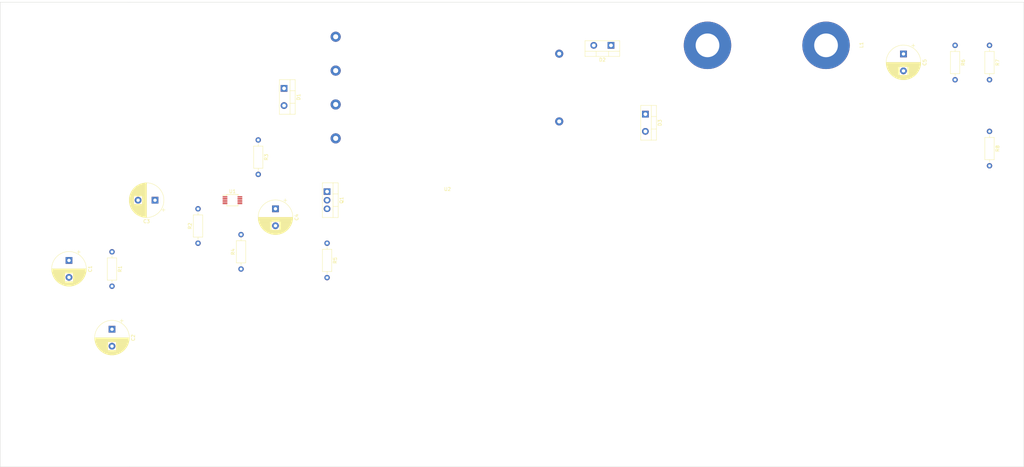
<source format=kicad_pcb>
(kicad_pcb (version 20171130) (host pcbnew "(5.1.5)-3")

  (general
    (thickness 1.6)
    (drawings 7)
    (tracks 0)
    (zones 0)
    (modules 20)
    (nets 19)
  )

  (page A4)
  (layers
    (0 F.Cu signal)
    (31 B.Cu signal)
    (32 B.Adhes user)
    (33 F.Adhes user)
    (34 B.Paste user)
    (35 F.Paste user)
    (36 B.SilkS user)
    (37 F.SilkS user)
    (38 B.Mask user)
    (39 F.Mask user)
    (40 Dwgs.User user)
    (41 Cmts.User user)
    (42 Eco1.User user)
    (43 Eco2.User user)
    (44 Edge.Cuts user)
    (45 Margin user)
    (46 B.CrtYd user)
    (47 F.CrtYd user)
    (48 B.Fab user)
    (49 F.Fab user)
  )

  (setup
    (last_trace_width 0.25)
    (trace_clearance 0.2)
    (zone_clearance 0.508)
    (zone_45_only no)
    (trace_min 0.2)
    (via_size 0.8)
    (via_drill 0.4)
    (via_min_size 0.4)
    (via_min_drill 0.3)
    (uvia_size 0.3)
    (uvia_drill 0.1)
    (uvias_allowed no)
    (uvia_min_size 0.2)
    (uvia_min_drill 0.1)
    (edge_width 0.1)
    (segment_width 0.2)
    (pcb_text_width 0.3)
    (pcb_text_size 1.5 1.5)
    (mod_edge_width 0.15)
    (mod_text_size 1 1)
    (mod_text_width 0.15)
    (pad_size 1.524 1.524)
    (pad_drill 0.762)
    (pad_to_mask_clearance 0)
    (aux_axis_origin 0 0)
    (visible_elements FFFFFF7F)
    (pcbplotparams
      (layerselection 0x010fc_ffffffff)
      (usegerberextensions false)
      (usegerberattributes false)
      (usegerberadvancedattributes false)
      (creategerberjobfile false)
      (excludeedgelayer true)
      (linewidth 0.100000)
      (plotframeref false)
      (viasonmask false)
      (mode 1)
      (useauxorigin false)
      (hpglpennumber 1)
      (hpglpenspeed 20)
      (hpglpendiameter 15.000000)
      (psnegative false)
      (psa4output false)
      (plotreference true)
      (plotvalue true)
      (plotinvisibletext false)
      (padsonsilk false)
      (subtractmaskfromsilk false)
      (outputformat 1)
      (mirror false)
      (drillshape 1)
      (scaleselection 1)
      (outputdirectory ""))
  )

  (net 0 "")
  (net 1 GND)
  (net 2 "Net-(C1-Pad1)")
  (net 3 "Net-(C2-Pad1)")
  (net 4 "Net-(C3-Pad1)")
  (net 5 "Net-(C4-Pad1)")
  (net 6 GNDA)
  (net 7 "Net-(C5-Pad1)")
  (net 8 "Net-(D1-Pad1)")
  (net 9 "Net-(D2-Pad2)")
  (net 10 "Net-(D2-Pad1)")
  (net 11 "Net-(Q1-Pad1)")
  (net 12 "Net-(Q1-Pad2)")
  (net 13 "Net-(Q1-Pad3)")
  (net 14 "Net-(R2-Pad1)")
  (net 15 "Net-(R3-Pad2)")
  (net 16 VCC)
  (net 17 /Feedback)
  (net 18 "Net-(U1-Pad5)")

  (net_class Default "This is the default net class."
    (clearance 0.2)
    (trace_width 0.25)
    (via_dia 0.8)
    (via_drill 0.4)
    (uvia_dia 0.3)
    (uvia_drill 0.1)
    (add_net /Feedback)
    (add_net GND)
    (add_net GNDA)
    (add_net "Net-(C1-Pad1)")
    (add_net "Net-(C2-Pad1)")
    (add_net "Net-(C3-Pad1)")
    (add_net "Net-(C4-Pad1)")
    (add_net "Net-(C5-Pad1)")
    (add_net "Net-(D1-Pad1)")
    (add_net "Net-(D2-Pad1)")
    (add_net "Net-(D2-Pad2)")
    (add_net "Net-(Q1-Pad1)")
    (add_net "Net-(Q1-Pad2)")
    (add_net "Net-(Q1-Pad3)")
    (add_net "Net-(R2-Pad1)")
    (add_net "Net-(R3-Pad2)")
    (add_net "Net-(U1-Pad5)")
    (add_net VCC)
  )

  (module Capacitor_THT:CP_Radial_D10.0mm_P5.00mm (layer F.Cu) (tedit 5AE50EF1) (tstamp 5EF2D5E4)
    (at -2.54 91.44 270)
    (descr "CP, Radial series, Radial, pin pitch=5.00mm, , diameter=10mm, Electrolytic Capacitor")
    (tags "CP Radial series Radial pin pitch 5.00mm  diameter 10mm Electrolytic Capacitor")
    (path /5EF1FE96)
    (fp_text reference C1 (at 2.5 -6.25 90) (layer F.SilkS)
      (effects (font (size 1 1) (thickness 0.15)))
    )
    (fp_text value 100p (at 2.5 6.25 90) (layer F.Fab)
      (effects (font (size 1 1) (thickness 0.15)))
    )
    (fp_text user %R (at 2.5 0 90) (layer F.Fab)
      (effects (font (size 1 1) (thickness 0.15)))
    )
    (fp_line (start -2.479646 -3.375) (end -2.479646 -2.375) (layer F.SilkS) (width 0.12))
    (fp_line (start -2.979646 -2.875) (end -1.979646 -2.875) (layer F.SilkS) (width 0.12))
    (fp_line (start 7.581 -0.599) (end 7.581 0.599) (layer F.SilkS) (width 0.12))
    (fp_line (start 7.541 -0.862) (end 7.541 0.862) (layer F.SilkS) (width 0.12))
    (fp_line (start 7.501 -1.062) (end 7.501 1.062) (layer F.SilkS) (width 0.12))
    (fp_line (start 7.461 -1.23) (end 7.461 1.23) (layer F.SilkS) (width 0.12))
    (fp_line (start 7.421 -1.378) (end 7.421 1.378) (layer F.SilkS) (width 0.12))
    (fp_line (start 7.381 -1.51) (end 7.381 1.51) (layer F.SilkS) (width 0.12))
    (fp_line (start 7.341 -1.63) (end 7.341 1.63) (layer F.SilkS) (width 0.12))
    (fp_line (start 7.301 -1.742) (end 7.301 1.742) (layer F.SilkS) (width 0.12))
    (fp_line (start 7.261 -1.846) (end 7.261 1.846) (layer F.SilkS) (width 0.12))
    (fp_line (start 7.221 -1.944) (end 7.221 1.944) (layer F.SilkS) (width 0.12))
    (fp_line (start 7.181 -2.037) (end 7.181 2.037) (layer F.SilkS) (width 0.12))
    (fp_line (start 7.141 -2.125) (end 7.141 2.125) (layer F.SilkS) (width 0.12))
    (fp_line (start 7.101 -2.209) (end 7.101 2.209) (layer F.SilkS) (width 0.12))
    (fp_line (start 7.061 -2.289) (end 7.061 2.289) (layer F.SilkS) (width 0.12))
    (fp_line (start 7.021 -2.365) (end 7.021 2.365) (layer F.SilkS) (width 0.12))
    (fp_line (start 6.981 -2.439) (end 6.981 2.439) (layer F.SilkS) (width 0.12))
    (fp_line (start 6.941 -2.51) (end 6.941 2.51) (layer F.SilkS) (width 0.12))
    (fp_line (start 6.901 -2.579) (end 6.901 2.579) (layer F.SilkS) (width 0.12))
    (fp_line (start 6.861 -2.645) (end 6.861 2.645) (layer F.SilkS) (width 0.12))
    (fp_line (start 6.821 -2.709) (end 6.821 2.709) (layer F.SilkS) (width 0.12))
    (fp_line (start 6.781 -2.77) (end 6.781 2.77) (layer F.SilkS) (width 0.12))
    (fp_line (start 6.741 -2.83) (end 6.741 2.83) (layer F.SilkS) (width 0.12))
    (fp_line (start 6.701 -2.889) (end 6.701 2.889) (layer F.SilkS) (width 0.12))
    (fp_line (start 6.661 -2.945) (end 6.661 2.945) (layer F.SilkS) (width 0.12))
    (fp_line (start 6.621 -3) (end 6.621 3) (layer F.SilkS) (width 0.12))
    (fp_line (start 6.581 -3.054) (end 6.581 3.054) (layer F.SilkS) (width 0.12))
    (fp_line (start 6.541 -3.106) (end 6.541 3.106) (layer F.SilkS) (width 0.12))
    (fp_line (start 6.501 -3.156) (end 6.501 3.156) (layer F.SilkS) (width 0.12))
    (fp_line (start 6.461 -3.206) (end 6.461 3.206) (layer F.SilkS) (width 0.12))
    (fp_line (start 6.421 -3.254) (end 6.421 3.254) (layer F.SilkS) (width 0.12))
    (fp_line (start 6.381 -3.301) (end 6.381 3.301) (layer F.SilkS) (width 0.12))
    (fp_line (start 6.341 -3.347) (end 6.341 3.347) (layer F.SilkS) (width 0.12))
    (fp_line (start 6.301 -3.392) (end 6.301 3.392) (layer F.SilkS) (width 0.12))
    (fp_line (start 6.261 -3.436) (end 6.261 3.436) (layer F.SilkS) (width 0.12))
    (fp_line (start 6.221 1.241) (end 6.221 3.478) (layer F.SilkS) (width 0.12))
    (fp_line (start 6.221 -3.478) (end 6.221 -1.241) (layer F.SilkS) (width 0.12))
    (fp_line (start 6.181 1.241) (end 6.181 3.52) (layer F.SilkS) (width 0.12))
    (fp_line (start 6.181 -3.52) (end 6.181 -1.241) (layer F.SilkS) (width 0.12))
    (fp_line (start 6.141 1.241) (end 6.141 3.561) (layer F.SilkS) (width 0.12))
    (fp_line (start 6.141 -3.561) (end 6.141 -1.241) (layer F.SilkS) (width 0.12))
    (fp_line (start 6.101 1.241) (end 6.101 3.601) (layer F.SilkS) (width 0.12))
    (fp_line (start 6.101 -3.601) (end 6.101 -1.241) (layer F.SilkS) (width 0.12))
    (fp_line (start 6.061 1.241) (end 6.061 3.64) (layer F.SilkS) (width 0.12))
    (fp_line (start 6.061 -3.64) (end 6.061 -1.241) (layer F.SilkS) (width 0.12))
    (fp_line (start 6.021 1.241) (end 6.021 3.679) (layer F.SilkS) (width 0.12))
    (fp_line (start 6.021 -3.679) (end 6.021 -1.241) (layer F.SilkS) (width 0.12))
    (fp_line (start 5.981 1.241) (end 5.981 3.716) (layer F.SilkS) (width 0.12))
    (fp_line (start 5.981 -3.716) (end 5.981 -1.241) (layer F.SilkS) (width 0.12))
    (fp_line (start 5.941 1.241) (end 5.941 3.753) (layer F.SilkS) (width 0.12))
    (fp_line (start 5.941 -3.753) (end 5.941 -1.241) (layer F.SilkS) (width 0.12))
    (fp_line (start 5.901 1.241) (end 5.901 3.789) (layer F.SilkS) (width 0.12))
    (fp_line (start 5.901 -3.789) (end 5.901 -1.241) (layer F.SilkS) (width 0.12))
    (fp_line (start 5.861 1.241) (end 5.861 3.824) (layer F.SilkS) (width 0.12))
    (fp_line (start 5.861 -3.824) (end 5.861 -1.241) (layer F.SilkS) (width 0.12))
    (fp_line (start 5.821 1.241) (end 5.821 3.858) (layer F.SilkS) (width 0.12))
    (fp_line (start 5.821 -3.858) (end 5.821 -1.241) (layer F.SilkS) (width 0.12))
    (fp_line (start 5.781 1.241) (end 5.781 3.892) (layer F.SilkS) (width 0.12))
    (fp_line (start 5.781 -3.892) (end 5.781 -1.241) (layer F.SilkS) (width 0.12))
    (fp_line (start 5.741 1.241) (end 5.741 3.925) (layer F.SilkS) (width 0.12))
    (fp_line (start 5.741 -3.925) (end 5.741 -1.241) (layer F.SilkS) (width 0.12))
    (fp_line (start 5.701 1.241) (end 5.701 3.957) (layer F.SilkS) (width 0.12))
    (fp_line (start 5.701 -3.957) (end 5.701 -1.241) (layer F.SilkS) (width 0.12))
    (fp_line (start 5.661 1.241) (end 5.661 3.989) (layer F.SilkS) (width 0.12))
    (fp_line (start 5.661 -3.989) (end 5.661 -1.241) (layer F.SilkS) (width 0.12))
    (fp_line (start 5.621 1.241) (end 5.621 4.02) (layer F.SilkS) (width 0.12))
    (fp_line (start 5.621 -4.02) (end 5.621 -1.241) (layer F.SilkS) (width 0.12))
    (fp_line (start 5.581 1.241) (end 5.581 4.05) (layer F.SilkS) (width 0.12))
    (fp_line (start 5.581 -4.05) (end 5.581 -1.241) (layer F.SilkS) (width 0.12))
    (fp_line (start 5.541 1.241) (end 5.541 4.08) (layer F.SilkS) (width 0.12))
    (fp_line (start 5.541 -4.08) (end 5.541 -1.241) (layer F.SilkS) (width 0.12))
    (fp_line (start 5.501 1.241) (end 5.501 4.11) (layer F.SilkS) (width 0.12))
    (fp_line (start 5.501 -4.11) (end 5.501 -1.241) (layer F.SilkS) (width 0.12))
    (fp_line (start 5.461 1.241) (end 5.461 4.138) (layer F.SilkS) (width 0.12))
    (fp_line (start 5.461 -4.138) (end 5.461 -1.241) (layer F.SilkS) (width 0.12))
    (fp_line (start 5.421 1.241) (end 5.421 4.166) (layer F.SilkS) (width 0.12))
    (fp_line (start 5.421 -4.166) (end 5.421 -1.241) (layer F.SilkS) (width 0.12))
    (fp_line (start 5.381 1.241) (end 5.381 4.194) (layer F.SilkS) (width 0.12))
    (fp_line (start 5.381 -4.194) (end 5.381 -1.241) (layer F.SilkS) (width 0.12))
    (fp_line (start 5.341 1.241) (end 5.341 4.221) (layer F.SilkS) (width 0.12))
    (fp_line (start 5.341 -4.221) (end 5.341 -1.241) (layer F.SilkS) (width 0.12))
    (fp_line (start 5.301 1.241) (end 5.301 4.247) (layer F.SilkS) (width 0.12))
    (fp_line (start 5.301 -4.247) (end 5.301 -1.241) (layer F.SilkS) (width 0.12))
    (fp_line (start 5.261 1.241) (end 5.261 4.273) (layer F.SilkS) (width 0.12))
    (fp_line (start 5.261 -4.273) (end 5.261 -1.241) (layer F.SilkS) (width 0.12))
    (fp_line (start 5.221 1.241) (end 5.221 4.298) (layer F.SilkS) (width 0.12))
    (fp_line (start 5.221 -4.298) (end 5.221 -1.241) (layer F.SilkS) (width 0.12))
    (fp_line (start 5.181 1.241) (end 5.181 4.323) (layer F.SilkS) (width 0.12))
    (fp_line (start 5.181 -4.323) (end 5.181 -1.241) (layer F.SilkS) (width 0.12))
    (fp_line (start 5.141 1.241) (end 5.141 4.347) (layer F.SilkS) (width 0.12))
    (fp_line (start 5.141 -4.347) (end 5.141 -1.241) (layer F.SilkS) (width 0.12))
    (fp_line (start 5.101 1.241) (end 5.101 4.371) (layer F.SilkS) (width 0.12))
    (fp_line (start 5.101 -4.371) (end 5.101 -1.241) (layer F.SilkS) (width 0.12))
    (fp_line (start 5.061 1.241) (end 5.061 4.395) (layer F.SilkS) (width 0.12))
    (fp_line (start 5.061 -4.395) (end 5.061 -1.241) (layer F.SilkS) (width 0.12))
    (fp_line (start 5.021 1.241) (end 5.021 4.417) (layer F.SilkS) (width 0.12))
    (fp_line (start 5.021 -4.417) (end 5.021 -1.241) (layer F.SilkS) (width 0.12))
    (fp_line (start 4.981 1.241) (end 4.981 4.44) (layer F.SilkS) (width 0.12))
    (fp_line (start 4.981 -4.44) (end 4.981 -1.241) (layer F.SilkS) (width 0.12))
    (fp_line (start 4.941 1.241) (end 4.941 4.462) (layer F.SilkS) (width 0.12))
    (fp_line (start 4.941 -4.462) (end 4.941 -1.241) (layer F.SilkS) (width 0.12))
    (fp_line (start 4.901 1.241) (end 4.901 4.483) (layer F.SilkS) (width 0.12))
    (fp_line (start 4.901 -4.483) (end 4.901 -1.241) (layer F.SilkS) (width 0.12))
    (fp_line (start 4.861 1.241) (end 4.861 4.504) (layer F.SilkS) (width 0.12))
    (fp_line (start 4.861 -4.504) (end 4.861 -1.241) (layer F.SilkS) (width 0.12))
    (fp_line (start 4.821 1.241) (end 4.821 4.525) (layer F.SilkS) (width 0.12))
    (fp_line (start 4.821 -4.525) (end 4.821 -1.241) (layer F.SilkS) (width 0.12))
    (fp_line (start 4.781 1.241) (end 4.781 4.545) (layer F.SilkS) (width 0.12))
    (fp_line (start 4.781 -4.545) (end 4.781 -1.241) (layer F.SilkS) (width 0.12))
    (fp_line (start 4.741 1.241) (end 4.741 4.564) (layer F.SilkS) (width 0.12))
    (fp_line (start 4.741 -4.564) (end 4.741 -1.241) (layer F.SilkS) (width 0.12))
    (fp_line (start 4.701 1.241) (end 4.701 4.584) (layer F.SilkS) (width 0.12))
    (fp_line (start 4.701 -4.584) (end 4.701 -1.241) (layer F.SilkS) (width 0.12))
    (fp_line (start 4.661 1.241) (end 4.661 4.603) (layer F.SilkS) (width 0.12))
    (fp_line (start 4.661 -4.603) (end 4.661 -1.241) (layer F.SilkS) (width 0.12))
    (fp_line (start 4.621 1.241) (end 4.621 4.621) (layer F.SilkS) (width 0.12))
    (fp_line (start 4.621 -4.621) (end 4.621 -1.241) (layer F.SilkS) (width 0.12))
    (fp_line (start 4.581 1.241) (end 4.581 4.639) (layer F.SilkS) (width 0.12))
    (fp_line (start 4.581 -4.639) (end 4.581 -1.241) (layer F.SilkS) (width 0.12))
    (fp_line (start 4.541 1.241) (end 4.541 4.657) (layer F.SilkS) (width 0.12))
    (fp_line (start 4.541 -4.657) (end 4.541 -1.241) (layer F.SilkS) (width 0.12))
    (fp_line (start 4.501 1.241) (end 4.501 4.674) (layer F.SilkS) (width 0.12))
    (fp_line (start 4.501 -4.674) (end 4.501 -1.241) (layer F.SilkS) (width 0.12))
    (fp_line (start 4.461 1.241) (end 4.461 4.69) (layer F.SilkS) (width 0.12))
    (fp_line (start 4.461 -4.69) (end 4.461 -1.241) (layer F.SilkS) (width 0.12))
    (fp_line (start 4.421 1.241) (end 4.421 4.707) (layer F.SilkS) (width 0.12))
    (fp_line (start 4.421 -4.707) (end 4.421 -1.241) (layer F.SilkS) (width 0.12))
    (fp_line (start 4.381 1.241) (end 4.381 4.723) (layer F.SilkS) (width 0.12))
    (fp_line (start 4.381 -4.723) (end 4.381 -1.241) (layer F.SilkS) (width 0.12))
    (fp_line (start 4.341 1.241) (end 4.341 4.738) (layer F.SilkS) (width 0.12))
    (fp_line (start 4.341 -4.738) (end 4.341 -1.241) (layer F.SilkS) (width 0.12))
    (fp_line (start 4.301 1.241) (end 4.301 4.754) (layer F.SilkS) (width 0.12))
    (fp_line (start 4.301 -4.754) (end 4.301 -1.241) (layer F.SilkS) (width 0.12))
    (fp_line (start 4.261 1.241) (end 4.261 4.768) (layer F.SilkS) (width 0.12))
    (fp_line (start 4.261 -4.768) (end 4.261 -1.241) (layer F.SilkS) (width 0.12))
    (fp_line (start 4.221 1.241) (end 4.221 4.783) (layer F.SilkS) (width 0.12))
    (fp_line (start 4.221 -4.783) (end 4.221 -1.241) (layer F.SilkS) (width 0.12))
    (fp_line (start 4.181 1.241) (end 4.181 4.797) (layer F.SilkS) (width 0.12))
    (fp_line (start 4.181 -4.797) (end 4.181 -1.241) (layer F.SilkS) (width 0.12))
    (fp_line (start 4.141 1.241) (end 4.141 4.811) (layer F.SilkS) (width 0.12))
    (fp_line (start 4.141 -4.811) (end 4.141 -1.241) (layer F.SilkS) (width 0.12))
    (fp_line (start 4.101 1.241) (end 4.101 4.824) (layer F.SilkS) (width 0.12))
    (fp_line (start 4.101 -4.824) (end 4.101 -1.241) (layer F.SilkS) (width 0.12))
    (fp_line (start 4.061 1.241) (end 4.061 4.837) (layer F.SilkS) (width 0.12))
    (fp_line (start 4.061 -4.837) (end 4.061 -1.241) (layer F.SilkS) (width 0.12))
    (fp_line (start 4.021 1.241) (end 4.021 4.85) (layer F.SilkS) (width 0.12))
    (fp_line (start 4.021 -4.85) (end 4.021 -1.241) (layer F.SilkS) (width 0.12))
    (fp_line (start 3.981 1.241) (end 3.981 4.862) (layer F.SilkS) (width 0.12))
    (fp_line (start 3.981 -4.862) (end 3.981 -1.241) (layer F.SilkS) (width 0.12))
    (fp_line (start 3.941 1.241) (end 3.941 4.874) (layer F.SilkS) (width 0.12))
    (fp_line (start 3.941 -4.874) (end 3.941 -1.241) (layer F.SilkS) (width 0.12))
    (fp_line (start 3.901 1.241) (end 3.901 4.885) (layer F.SilkS) (width 0.12))
    (fp_line (start 3.901 -4.885) (end 3.901 -1.241) (layer F.SilkS) (width 0.12))
    (fp_line (start 3.861 1.241) (end 3.861 4.897) (layer F.SilkS) (width 0.12))
    (fp_line (start 3.861 -4.897) (end 3.861 -1.241) (layer F.SilkS) (width 0.12))
    (fp_line (start 3.821 1.241) (end 3.821 4.907) (layer F.SilkS) (width 0.12))
    (fp_line (start 3.821 -4.907) (end 3.821 -1.241) (layer F.SilkS) (width 0.12))
    (fp_line (start 3.781 1.241) (end 3.781 4.918) (layer F.SilkS) (width 0.12))
    (fp_line (start 3.781 -4.918) (end 3.781 -1.241) (layer F.SilkS) (width 0.12))
    (fp_line (start 3.741 -4.928) (end 3.741 4.928) (layer F.SilkS) (width 0.12))
    (fp_line (start 3.701 -4.938) (end 3.701 4.938) (layer F.SilkS) (width 0.12))
    (fp_line (start 3.661 -4.947) (end 3.661 4.947) (layer F.SilkS) (width 0.12))
    (fp_line (start 3.621 -4.956) (end 3.621 4.956) (layer F.SilkS) (width 0.12))
    (fp_line (start 3.581 -4.965) (end 3.581 4.965) (layer F.SilkS) (width 0.12))
    (fp_line (start 3.541 -4.974) (end 3.541 4.974) (layer F.SilkS) (width 0.12))
    (fp_line (start 3.501 -4.982) (end 3.501 4.982) (layer F.SilkS) (width 0.12))
    (fp_line (start 3.461 -4.99) (end 3.461 4.99) (layer F.SilkS) (width 0.12))
    (fp_line (start 3.421 -4.997) (end 3.421 4.997) (layer F.SilkS) (width 0.12))
    (fp_line (start 3.381 -5.004) (end 3.381 5.004) (layer F.SilkS) (width 0.12))
    (fp_line (start 3.341 -5.011) (end 3.341 5.011) (layer F.SilkS) (width 0.12))
    (fp_line (start 3.301 -5.018) (end 3.301 5.018) (layer F.SilkS) (width 0.12))
    (fp_line (start 3.261 -5.024) (end 3.261 5.024) (layer F.SilkS) (width 0.12))
    (fp_line (start 3.221 -5.03) (end 3.221 5.03) (layer F.SilkS) (width 0.12))
    (fp_line (start 3.18 -5.035) (end 3.18 5.035) (layer F.SilkS) (width 0.12))
    (fp_line (start 3.14 -5.04) (end 3.14 5.04) (layer F.SilkS) (width 0.12))
    (fp_line (start 3.1 -5.045) (end 3.1 5.045) (layer F.SilkS) (width 0.12))
    (fp_line (start 3.06 -5.05) (end 3.06 5.05) (layer F.SilkS) (width 0.12))
    (fp_line (start 3.02 -5.054) (end 3.02 5.054) (layer F.SilkS) (width 0.12))
    (fp_line (start 2.98 -5.058) (end 2.98 5.058) (layer F.SilkS) (width 0.12))
    (fp_line (start 2.94 -5.062) (end 2.94 5.062) (layer F.SilkS) (width 0.12))
    (fp_line (start 2.9 -5.065) (end 2.9 5.065) (layer F.SilkS) (width 0.12))
    (fp_line (start 2.86 -5.068) (end 2.86 5.068) (layer F.SilkS) (width 0.12))
    (fp_line (start 2.82 -5.07) (end 2.82 5.07) (layer F.SilkS) (width 0.12))
    (fp_line (start 2.78 -5.073) (end 2.78 5.073) (layer F.SilkS) (width 0.12))
    (fp_line (start 2.74 -5.075) (end 2.74 5.075) (layer F.SilkS) (width 0.12))
    (fp_line (start 2.7 -5.077) (end 2.7 5.077) (layer F.SilkS) (width 0.12))
    (fp_line (start 2.66 -5.078) (end 2.66 5.078) (layer F.SilkS) (width 0.12))
    (fp_line (start 2.62 -5.079) (end 2.62 5.079) (layer F.SilkS) (width 0.12))
    (fp_line (start 2.58 -5.08) (end 2.58 5.08) (layer F.SilkS) (width 0.12))
    (fp_line (start 2.54 -5.08) (end 2.54 5.08) (layer F.SilkS) (width 0.12))
    (fp_line (start 2.5 -5.08) (end 2.5 5.08) (layer F.SilkS) (width 0.12))
    (fp_line (start -1.288861 -2.6875) (end -1.288861 -1.6875) (layer F.Fab) (width 0.1))
    (fp_line (start -1.788861 -2.1875) (end -0.788861 -2.1875) (layer F.Fab) (width 0.1))
    (fp_circle (center 2.5 0) (end 7.75 0) (layer F.CrtYd) (width 0.05))
    (fp_circle (center 2.5 0) (end 7.62 0) (layer F.SilkS) (width 0.12))
    (fp_circle (center 2.5 0) (end 7.5 0) (layer F.Fab) (width 0.1))
    (pad 2 thru_hole circle (at 5 0 270) (size 2 2) (drill 1) (layers *.Cu *.Mask)
      (net 1 GND))
    (pad 1 thru_hole rect (at 0 0 270) (size 2 2) (drill 1) (layers *.Cu *.Mask)
      (net 2 "Net-(C1-Pad1)"))
    (model ${KISYS3DMOD}/Capacitor_THT.3dshapes/CP_Radial_D10.0mm_P5.00mm.wrl
      (at (xyz 0 0 0))
      (scale (xyz 1 1 1))
      (rotate (xyz 0 0 0))
    )
  )

  (module Capacitor_THT:CP_Radial_D10.0mm_P5.00mm (layer F.Cu) (tedit 5AE50EF1) (tstamp 5EF2D6B0)
    (at 10.16 111.76 270)
    (descr "CP, Radial series, Radial, pin pitch=5.00mm, , diameter=10mm, Electrolytic Capacitor")
    (tags "CP Radial series Radial pin pitch 5.00mm  diameter 10mm Electrolytic Capacitor")
    (path /5EF1F981)
    (fp_text reference C2 (at 2.5 -6.25 90) (layer F.SilkS)
      (effects (font (size 1 1) (thickness 0.15)))
    )
    (fp_text value 10n (at 2.5 6.25 90) (layer F.Fab)
      (effects (font (size 1 1) (thickness 0.15)))
    )
    (fp_circle (center 2.5 0) (end 7.5 0) (layer F.Fab) (width 0.1))
    (fp_circle (center 2.5 0) (end 7.62 0) (layer F.SilkS) (width 0.12))
    (fp_circle (center 2.5 0) (end 7.75 0) (layer F.CrtYd) (width 0.05))
    (fp_line (start -1.788861 -2.1875) (end -0.788861 -2.1875) (layer F.Fab) (width 0.1))
    (fp_line (start -1.288861 -2.6875) (end -1.288861 -1.6875) (layer F.Fab) (width 0.1))
    (fp_line (start 2.5 -5.08) (end 2.5 5.08) (layer F.SilkS) (width 0.12))
    (fp_line (start 2.54 -5.08) (end 2.54 5.08) (layer F.SilkS) (width 0.12))
    (fp_line (start 2.58 -5.08) (end 2.58 5.08) (layer F.SilkS) (width 0.12))
    (fp_line (start 2.62 -5.079) (end 2.62 5.079) (layer F.SilkS) (width 0.12))
    (fp_line (start 2.66 -5.078) (end 2.66 5.078) (layer F.SilkS) (width 0.12))
    (fp_line (start 2.7 -5.077) (end 2.7 5.077) (layer F.SilkS) (width 0.12))
    (fp_line (start 2.74 -5.075) (end 2.74 5.075) (layer F.SilkS) (width 0.12))
    (fp_line (start 2.78 -5.073) (end 2.78 5.073) (layer F.SilkS) (width 0.12))
    (fp_line (start 2.82 -5.07) (end 2.82 5.07) (layer F.SilkS) (width 0.12))
    (fp_line (start 2.86 -5.068) (end 2.86 5.068) (layer F.SilkS) (width 0.12))
    (fp_line (start 2.9 -5.065) (end 2.9 5.065) (layer F.SilkS) (width 0.12))
    (fp_line (start 2.94 -5.062) (end 2.94 5.062) (layer F.SilkS) (width 0.12))
    (fp_line (start 2.98 -5.058) (end 2.98 5.058) (layer F.SilkS) (width 0.12))
    (fp_line (start 3.02 -5.054) (end 3.02 5.054) (layer F.SilkS) (width 0.12))
    (fp_line (start 3.06 -5.05) (end 3.06 5.05) (layer F.SilkS) (width 0.12))
    (fp_line (start 3.1 -5.045) (end 3.1 5.045) (layer F.SilkS) (width 0.12))
    (fp_line (start 3.14 -5.04) (end 3.14 5.04) (layer F.SilkS) (width 0.12))
    (fp_line (start 3.18 -5.035) (end 3.18 5.035) (layer F.SilkS) (width 0.12))
    (fp_line (start 3.221 -5.03) (end 3.221 5.03) (layer F.SilkS) (width 0.12))
    (fp_line (start 3.261 -5.024) (end 3.261 5.024) (layer F.SilkS) (width 0.12))
    (fp_line (start 3.301 -5.018) (end 3.301 5.018) (layer F.SilkS) (width 0.12))
    (fp_line (start 3.341 -5.011) (end 3.341 5.011) (layer F.SilkS) (width 0.12))
    (fp_line (start 3.381 -5.004) (end 3.381 5.004) (layer F.SilkS) (width 0.12))
    (fp_line (start 3.421 -4.997) (end 3.421 4.997) (layer F.SilkS) (width 0.12))
    (fp_line (start 3.461 -4.99) (end 3.461 4.99) (layer F.SilkS) (width 0.12))
    (fp_line (start 3.501 -4.982) (end 3.501 4.982) (layer F.SilkS) (width 0.12))
    (fp_line (start 3.541 -4.974) (end 3.541 4.974) (layer F.SilkS) (width 0.12))
    (fp_line (start 3.581 -4.965) (end 3.581 4.965) (layer F.SilkS) (width 0.12))
    (fp_line (start 3.621 -4.956) (end 3.621 4.956) (layer F.SilkS) (width 0.12))
    (fp_line (start 3.661 -4.947) (end 3.661 4.947) (layer F.SilkS) (width 0.12))
    (fp_line (start 3.701 -4.938) (end 3.701 4.938) (layer F.SilkS) (width 0.12))
    (fp_line (start 3.741 -4.928) (end 3.741 4.928) (layer F.SilkS) (width 0.12))
    (fp_line (start 3.781 -4.918) (end 3.781 -1.241) (layer F.SilkS) (width 0.12))
    (fp_line (start 3.781 1.241) (end 3.781 4.918) (layer F.SilkS) (width 0.12))
    (fp_line (start 3.821 -4.907) (end 3.821 -1.241) (layer F.SilkS) (width 0.12))
    (fp_line (start 3.821 1.241) (end 3.821 4.907) (layer F.SilkS) (width 0.12))
    (fp_line (start 3.861 -4.897) (end 3.861 -1.241) (layer F.SilkS) (width 0.12))
    (fp_line (start 3.861 1.241) (end 3.861 4.897) (layer F.SilkS) (width 0.12))
    (fp_line (start 3.901 -4.885) (end 3.901 -1.241) (layer F.SilkS) (width 0.12))
    (fp_line (start 3.901 1.241) (end 3.901 4.885) (layer F.SilkS) (width 0.12))
    (fp_line (start 3.941 -4.874) (end 3.941 -1.241) (layer F.SilkS) (width 0.12))
    (fp_line (start 3.941 1.241) (end 3.941 4.874) (layer F.SilkS) (width 0.12))
    (fp_line (start 3.981 -4.862) (end 3.981 -1.241) (layer F.SilkS) (width 0.12))
    (fp_line (start 3.981 1.241) (end 3.981 4.862) (layer F.SilkS) (width 0.12))
    (fp_line (start 4.021 -4.85) (end 4.021 -1.241) (layer F.SilkS) (width 0.12))
    (fp_line (start 4.021 1.241) (end 4.021 4.85) (layer F.SilkS) (width 0.12))
    (fp_line (start 4.061 -4.837) (end 4.061 -1.241) (layer F.SilkS) (width 0.12))
    (fp_line (start 4.061 1.241) (end 4.061 4.837) (layer F.SilkS) (width 0.12))
    (fp_line (start 4.101 -4.824) (end 4.101 -1.241) (layer F.SilkS) (width 0.12))
    (fp_line (start 4.101 1.241) (end 4.101 4.824) (layer F.SilkS) (width 0.12))
    (fp_line (start 4.141 -4.811) (end 4.141 -1.241) (layer F.SilkS) (width 0.12))
    (fp_line (start 4.141 1.241) (end 4.141 4.811) (layer F.SilkS) (width 0.12))
    (fp_line (start 4.181 -4.797) (end 4.181 -1.241) (layer F.SilkS) (width 0.12))
    (fp_line (start 4.181 1.241) (end 4.181 4.797) (layer F.SilkS) (width 0.12))
    (fp_line (start 4.221 -4.783) (end 4.221 -1.241) (layer F.SilkS) (width 0.12))
    (fp_line (start 4.221 1.241) (end 4.221 4.783) (layer F.SilkS) (width 0.12))
    (fp_line (start 4.261 -4.768) (end 4.261 -1.241) (layer F.SilkS) (width 0.12))
    (fp_line (start 4.261 1.241) (end 4.261 4.768) (layer F.SilkS) (width 0.12))
    (fp_line (start 4.301 -4.754) (end 4.301 -1.241) (layer F.SilkS) (width 0.12))
    (fp_line (start 4.301 1.241) (end 4.301 4.754) (layer F.SilkS) (width 0.12))
    (fp_line (start 4.341 -4.738) (end 4.341 -1.241) (layer F.SilkS) (width 0.12))
    (fp_line (start 4.341 1.241) (end 4.341 4.738) (layer F.SilkS) (width 0.12))
    (fp_line (start 4.381 -4.723) (end 4.381 -1.241) (layer F.SilkS) (width 0.12))
    (fp_line (start 4.381 1.241) (end 4.381 4.723) (layer F.SilkS) (width 0.12))
    (fp_line (start 4.421 -4.707) (end 4.421 -1.241) (layer F.SilkS) (width 0.12))
    (fp_line (start 4.421 1.241) (end 4.421 4.707) (layer F.SilkS) (width 0.12))
    (fp_line (start 4.461 -4.69) (end 4.461 -1.241) (layer F.SilkS) (width 0.12))
    (fp_line (start 4.461 1.241) (end 4.461 4.69) (layer F.SilkS) (width 0.12))
    (fp_line (start 4.501 -4.674) (end 4.501 -1.241) (layer F.SilkS) (width 0.12))
    (fp_line (start 4.501 1.241) (end 4.501 4.674) (layer F.SilkS) (width 0.12))
    (fp_line (start 4.541 -4.657) (end 4.541 -1.241) (layer F.SilkS) (width 0.12))
    (fp_line (start 4.541 1.241) (end 4.541 4.657) (layer F.SilkS) (width 0.12))
    (fp_line (start 4.581 -4.639) (end 4.581 -1.241) (layer F.SilkS) (width 0.12))
    (fp_line (start 4.581 1.241) (end 4.581 4.639) (layer F.SilkS) (width 0.12))
    (fp_line (start 4.621 -4.621) (end 4.621 -1.241) (layer F.SilkS) (width 0.12))
    (fp_line (start 4.621 1.241) (end 4.621 4.621) (layer F.SilkS) (width 0.12))
    (fp_line (start 4.661 -4.603) (end 4.661 -1.241) (layer F.SilkS) (width 0.12))
    (fp_line (start 4.661 1.241) (end 4.661 4.603) (layer F.SilkS) (width 0.12))
    (fp_line (start 4.701 -4.584) (end 4.701 -1.241) (layer F.SilkS) (width 0.12))
    (fp_line (start 4.701 1.241) (end 4.701 4.584) (layer F.SilkS) (width 0.12))
    (fp_line (start 4.741 -4.564) (end 4.741 -1.241) (layer F.SilkS) (width 0.12))
    (fp_line (start 4.741 1.241) (end 4.741 4.564) (layer F.SilkS) (width 0.12))
    (fp_line (start 4.781 -4.545) (end 4.781 -1.241) (layer F.SilkS) (width 0.12))
    (fp_line (start 4.781 1.241) (end 4.781 4.545) (layer F.SilkS) (width 0.12))
    (fp_line (start 4.821 -4.525) (end 4.821 -1.241) (layer F.SilkS) (width 0.12))
    (fp_line (start 4.821 1.241) (end 4.821 4.525) (layer F.SilkS) (width 0.12))
    (fp_line (start 4.861 -4.504) (end 4.861 -1.241) (layer F.SilkS) (width 0.12))
    (fp_line (start 4.861 1.241) (end 4.861 4.504) (layer F.SilkS) (width 0.12))
    (fp_line (start 4.901 -4.483) (end 4.901 -1.241) (layer F.SilkS) (width 0.12))
    (fp_line (start 4.901 1.241) (end 4.901 4.483) (layer F.SilkS) (width 0.12))
    (fp_line (start 4.941 -4.462) (end 4.941 -1.241) (layer F.SilkS) (width 0.12))
    (fp_line (start 4.941 1.241) (end 4.941 4.462) (layer F.SilkS) (width 0.12))
    (fp_line (start 4.981 -4.44) (end 4.981 -1.241) (layer F.SilkS) (width 0.12))
    (fp_line (start 4.981 1.241) (end 4.981 4.44) (layer F.SilkS) (width 0.12))
    (fp_line (start 5.021 -4.417) (end 5.021 -1.241) (layer F.SilkS) (width 0.12))
    (fp_line (start 5.021 1.241) (end 5.021 4.417) (layer F.SilkS) (width 0.12))
    (fp_line (start 5.061 -4.395) (end 5.061 -1.241) (layer F.SilkS) (width 0.12))
    (fp_line (start 5.061 1.241) (end 5.061 4.395) (layer F.SilkS) (width 0.12))
    (fp_line (start 5.101 -4.371) (end 5.101 -1.241) (layer F.SilkS) (width 0.12))
    (fp_line (start 5.101 1.241) (end 5.101 4.371) (layer F.SilkS) (width 0.12))
    (fp_line (start 5.141 -4.347) (end 5.141 -1.241) (layer F.SilkS) (width 0.12))
    (fp_line (start 5.141 1.241) (end 5.141 4.347) (layer F.SilkS) (width 0.12))
    (fp_line (start 5.181 -4.323) (end 5.181 -1.241) (layer F.SilkS) (width 0.12))
    (fp_line (start 5.181 1.241) (end 5.181 4.323) (layer F.SilkS) (width 0.12))
    (fp_line (start 5.221 -4.298) (end 5.221 -1.241) (layer F.SilkS) (width 0.12))
    (fp_line (start 5.221 1.241) (end 5.221 4.298) (layer F.SilkS) (width 0.12))
    (fp_line (start 5.261 -4.273) (end 5.261 -1.241) (layer F.SilkS) (width 0.12))
    (fp_line (start 5.261 1.241) (end 5.261 4.273) (layer F.SilkS) (width 0.12))
    (fp_line (start 5.301 -4.247) (end 5.301 -1.241) (layer F.SilkS) (width 0.12))
    (fp_line (start 5.301 1.241) (end 5.301 4.247) (layer F.SilkS) (width 0.12))
    (fp_line (start 5.341 -4.221) (end 5.341 -1.241) (layer F.SilkS) (width 0.12))
    (fp_line (start 5.341 1.241) (end 5.341 4.221) (layer F.SilkS) (width 0.12))
    (fp_line (start 5.381 -4.194) (end 5.381 -1.241) (layer F.SilkS) (width 0.12))
    (fp_line (start 5.381 1.241) (end 5.381 4.194) (layer F.SilkS) (width 0.12))
    (fp_line (start 5.421 -4.166) (end 5.421 -1.241) (layer F.SilkS) (width 0.12))
    (fp_line (start 5.421 1.241) (end 5.421 4.166) (layer F.SilkS) (width 0.12))
    (fp_line (start 5.461 -4.138) (end 5.461 -1.241) (layer F.SilkS) (width 0.12))
    (fp_line (start 5.461 1.241) (end 5.461 4.138) (layer F.SilkS) (width 0.12))
    (fp_line (start 5.501 -4.11) (end 5.501 -1.241) (layer F.SilkS) (width 0.12))
    (fp_line (start 5.501 1.241) (end 5.501 4.11) (layer F.SilkS) (width 0.12))
    (fp_line (start 5.541 -4.08) (end 5.541 -1.241) (layer F.SilkS) (width 0.12))
    (fp_line (start 5.541 1.241) (end 5.541 4.08) (layer F.SilkS) (width 0.12))
    (fp_line (start 5.581 -4.05) (end 5.581 -1.241) (layer F.SilkS) (width 0.12))
    (fp_line (start 5.581 1.241) (end 5.581 4.05) (layer F.SilkS) (width 0.12))
    (fp_line (start 5.621 -4.02) (end 5.621 -1.241) (layer F.SilkS) (width 0.12))
    (fp_line (start 5.621 1.241) (end 5.621 4.02) (layer F.SilkS) (width 0.12))
    (fp_line (start 5.661 -3.989) (end 5.661 -1.241) (layer F.SilkS) (width 0.12))
    (fp_line (start 5.661 1.241) (end 5.661 3.989) (layer F.SilkS) (width 0.12))
    (fp_line (start 5.701 -3.957) (end 5.701 -1.241) (layer F.SilkS) (width 0.12))
    (fp_line (start 5.701 1.241) (end 5.701 3.957) (layer F.SilkS) (width 0.12))
    (fp_line (start 5.741 -3.925) (end 5.741 -1.241) (layer F.SilkS) (width 0.12))
    (fp_line (start 5.741 1.241) (end 5.741 3.925) (layer F.SilkS) (width 0.12))
    (fp_line (start 5.781 -3.892) (end 5.781 -1.241) (layer F.SilkS) (width 0.12))
    (fp_line (start 5.781 1.241) (end 5.781 3.892) (layer F.SilkS) (width 0.12))
    (fp_line (start 5.821 -3.858) (end 5.821 -1.241) (layer F.SilkS) (width 0.12))
    (fp_line (start 5.821 1.241) (end 5.821 3.858) (layer F.SilkS) (width 0.12))
    (fp_line (start 5.861 -3.824) (end 5.861 -1.241) (layer F.SilkS) (width 0.12))
    (fp_line (start 5.861 1.241) (end 5.861 3.824) (layer F.SilkS) (width 0.12))
    (fp_line (start 5.901 -3.789) (end 5.901 -1.241) (layer F.SilkS) (width 0.12))
    (fp_line (start 5.901 1.241) (end 5.901 3.789) (layer F.SilkS) (width 0.12))
    (fp_line (start 5.941 -3.753) (end 5.941 -1.241) (layer F.SilkS) (width 0.12))
    (fp_line (start 5.941 1.241) (end 5.941 3.753) (layer F.SilkS) (width 0.12))
    (fp_line (start 5.981 -3.716) (end 5.981 -1.241) (layer F.SilkS) (width 0.12))
    (fp_line (start 5.981 1.241) (end 5.981 3.716) (layer F.SilkS) (width 0.12))
    (fp_line (start 6.021 -3.679) (end 6.021 -1.241) (layer F.SilkS) (width 0.12))
    (fp_line (start 6.021 1.241) (end 6.021 3.679) (layer F.SilkS) (width 0.12))
    (fp_line (start 6.061 -3.64) (end 6.061 -1.241) (layer F.SilkS) (width 0.12))
    (fp_line (start 6.061 1.241) (end 6.061 3.64) (layer F.SilkS) (width 0.12))
    (fp_line (start 6.101 -3.601) (end 6.101 -1.241) (layer F.SilkS) (width 0.12))
    (fp_line (start 6.101 1.241) (end 6.101 3.601) (layer F.SilkS) (width 0.12))
    (fp_line (start 6.141 -3.561) (end 6.141 -1.241) (layer F.SilkS) (width 0.12))
    (fp_line (start 6.141 1.241) (end 6.141 3.561) (layer F.SilkS) (width 0.12))
    (fp_line (start 6.181 -3.52) (end 6.181 -1.241) (layer F.SilkS) (width 0.12))
    (fp_line (start 6.181 1.241) (end 6.181 3.52) (layer F.SilkS) (width 0.12))
    (fp_line (start 6.221 -3.478) (end 6.221 -1.241) (layer F.SilkS) (width 0.12))
    (fp_line (start 6.221 1.241) (end 6.221 3.478) (layer F.SilkS) (width 0.12))
    (fp_line (start 6.261 -3.436) (end 6.261 3.436) (layer F.SilkS) (width 0.12))
    (fp_line (start 6.301 -3.392) (end 6.301 3.392) (layer F.SilkS) (width 0.12))
    (fp_line (start 6.341 -3.347) (end 6.341 3.347) (layer F.SilkS) (width 0.12))
    (fp_line (start 6.381 -3.301) (end 6.381 3.301) (layer F.SilkS) (width 0.12))
    (fp_line (start 6.421 -3.254) (end 6.421 3.254) (layer F.SilkS) (width 0.12))
    (fp_line (start 6.461 -3.206) (end 6.461 3.206) (layer F.SilkS) (width 0.12))
    (fp_line (start 6.501 -3.156) (end 6.501 3.156) (layer F.SilkS) (width 0.12))
    (fp_line (start 6.541 -3.106) (end 6.541 3.106) (layer F.SilkS) (width 0.12))
    (fp_line (start 6.581 -3.054) (end 6.581 3.054) (layer F.SilkS) (width 0.12))
    (fp_line (start 6.621 -3) (end 6.621 3) (layer F.SilkS) (width 0.12))
    (fp_line (start 6.661 -2.945) (end 6.661 2.945) (layer F.SilkS) (width 0.12))
    (fp_line (start 6.701 -2.889) (end 6.701 2.889) (layer F.SilkS) (width 0.12))
    (fp_line (start 6.741 -2.83) (end 6.741 2.83) (layer F.SilkS) (width 0.12))
    (fp_line (start 6.781 -2.77) (end 6.781 2.77) (layer F.SilkS) (width 0.12))
    (fp_line (start 6.821 -2.709) (end 6.821 2.709) (layer F.SilkS) (width 0.12))
    (fp_line (start 6.861 -2.645) (end 6.861 2.645) (layer F.SilkS) (width 0.12))
    (fp_line (start 6.901 -2.579) (end 6.901 2.579) (layer F.SilkS) (width 0.12))
    (fp_line (start 6.941 -2.51) (end 6.941 2.51) (layer F.SilkS) (width 0.12))
    (fp_line (start 6.981 -2.439) (end 6.981 2.439) (layer F.SilkS) (width 0.12))
    (fp_line (start 7.021 -2.365) (end 7.021 2.365) (layer F.SilkS) (width 0.12))
    (fp_line (start 7.061 -2.289) (end 7.061 2.289) (layer F.SilkS) (width 0.12))
    (fp_line (start 7.101 -2.209) (end 7.101 2.209) (layer F.SilkS) (width 0.12))
    (fp_line (start 7.141 -2.125) (end 7.141 2.125) (layer F.SilkS) (width 0.12))
    (fp_line (start 7.181 -2.037) (end 7.181 2.037) (layer F.SilkS) (width 0.12))
    (fp_line (start 7.221 -1.944) (end 7.221 1.944) (layer F.SilkS) (width 0.12))
    (fp_line (start 7.261 -1.846) (end 7.261 1.846) (layer F.SilkS) (width 0.12))
    (fp_line (start 7.301 -1.742) (end 7.301 1.742) (layer F.SilkS) (width 0.12))
    (fp_line (start 7.341 -1.63) (end 7.341 1.63) (layer F.SilkS) (width 0.12))
    (fp_line (start 7.381 -1.51) (end 7.381 1.51) (layer F.SilkS) (width 0.12))
    (fp_line (start 7.421 -1.378) (end 7.421 1.378) (layer F.SilkS) (width 0.12))
    (fp_line (start 7.461 -1.23) (end 7.461 1.23) (layer F.SilkS) (width 0.12))
    (fp_line (start 7.501 -1.062) (end 7.501 1.062) (layer F.SilkS) (width 0.12))
    (fp_line (start 7.541 -0.862) (end 7.541 0.862) (layer F.SilkS) (width 0.12))
    (fp_line (start 7.581 -0.599) (end 7.581 0.599) (layer F.SilkS) (width 0.12))
    (fp_line (start -2.979646 -2.875) (end -1.979646 -2.875) (layer F.SilkS) (width 0.12))
    (fp_line (start -2.479646 -3.375) (end -2.479646 -2.375) (layer F.SilkS) (width 0.12))
    (fp_text user %R (at 2.5 0 90) (layer F.Fab)
      (effects (font (size 1 1) (thickness 0.15)))
    )
    (pad 1 thru_hole rect (at 0 0 270) (size 2 2) (drill 1) (layers *.Cu *.Mask)
      (net 3 "Net-(C2-Pad1)"))
    (pad 2 thru_hole circle (at 5 0 270) (size 2 2) (drill 1) (layers *.Cu *.Mask)
      (net 1 GND))
    (model ${KISYS3DMOD}/Capacitor_THT.3dshapes/CP_Radial_D10.0mm_P5.00mm.wrl
      (at (xyz 0 0 0))
      (scale (xyz 1 1 1))
      (rotate (xyz 0 0 0))
    )
  )

  (module Capacitor_THT:CP_Radial_D10.0mm_P5.00mm (layer F.Cu) (tedit 5AE50EF1) (tstamp 5EF2D77C)
    (at 22.86 73.66 180)
    (descr "CP, Radial series, Radial, pin pitch=5.00mm, , diameter=10mm, Electrolytic Capacitor")
    (tags "CP Radial series Radial pin pitch 5.00mm  diameter 10mm Electrolytic Capacitor")
    (path /5EF1D615)
    (fp_text reference C3 (at 2.5 -6.25) (layer F.SilkS)
      (effects (font (size 1 1) (thickness 0.15)))
    )
    (fp_text value 0.1u (at 2.5 6.25) (layer F.Fab)
      (effects (font (size 1 1) (thickness 0.15)))
    )
    (fp_circle (center 2.5 0) (end 7.5 0) (layer F.Fab) (width 0.1))
    (fp_circle (center 2.5 0) (end 7.62 0) (layer F.SilkS) (width 0.12))
    (fp_circle (center 2.5 0) (end 7.75 0) (layer F.CrtYd) (width 0.05))
    (fp_line (start -1.788861 -2.1875) (end -0.788861 -2.1875) (layer F.Fab) (width 0.1))
    (fp_line (start -1.288861 -2.6875) (end -1.288861 -1.6875) (layer F.Fab) (width 0.1))
    (fp_line (start 2.5 -5.08) (end 2.5 5.08) (layer F.SilkS) (width 0.12))
    (fp_line (start 2.54 -5.08) (end 2.54 5.08) (layer F.SilkS) (width 0.12))
    (fp_line (start 2.58 -5.08) (end 2.58 5.08) (layer F.SilkS) (width 0.12))
    (fp_line (start 2.62 -5.079) (end 2.62 5.079) (layer F.SilkS) (width 0.12))
    (fp_line (start 2.66 -5.078) (end 2.66 5.078) (layer F.SilkS) (width 0.12))
    (fp_line (start 2.7 -5.077) (end 2.7 5.077) (layer F.SilkS) (width 0.12))
    (fp_line (start 2.74 -5.075) (end 2.74 5.075) (layer F.SilkS) (width 0.12))
    (fp_line (start 2.78 -5.073) (end 2.78 5.073) (layer F.SilkS) (width 0.12))
    (fp_line (start 2.82 -5.07) (end 2.82 5.07) (layer F.SilkS) (width 0.12))
    (fp_line (start 2.86 -5.068) (end 2.86 5.068) (layer F.SilkS) (width 0.12))
    (fp_line (start 2.9 -5.065) (end 2.9 5.065) (layer F.SilkS) (width 0.12))
    (fp_line (start 2.94 -5.062) (end 2.94 5.062) (layer F.SilkS) (width 0.12))
    (fp_line (start 2.98 -5.058) (end 2.98 5.058) (layer F.SilkS) (width 0.12))
    (fp_line (start 3.02 -5.054) (end 3.02 5.054) (layer F.SilkS) (width 0.12))
    (fp_line (start 3.06 -5.05) (end 3.06 5.05) (layer F.SilkS) (width 0.12))
    (fp_line (start 3.1 -5.045) (end 3.1 5.045) (layer F.SilkS) (width 0.12))
    (fp_line (start 3.14 -5.04) (end 3.14 5.04) (layer F.SilkS) (width 0.12))
    (fp_line (start 3.18 -5.035) (end 3.18 5.035) (layer F.SilkS) (width 0.12))
    (fp_line (start 3.221 -5.03) (end 3.221 5.03) (layer F.SilkS) (width 0.12))
    (fp_line (start 3.261 -5.024) (end 3.261 5.024) (layer F.SilkS) (width 0.12))
    (fp_line (start 3.301 -5.018) (end 3.301 5.018) (layer F.SilkS) (width 0.12))
    (fp_line (start 3.341 -5.011) (end 3.341 5.011) (layer F.SilkS) (width 0.12))
    (fp_line (start 3.381 -5.004) (end 3.381 5.004) (layer F.SilkS) (width 0.12))
    (fp_line (start 3.421 -4.997) (end 3.421 4.997) (layer F.SilkS) (width 0.12))
    (fp_line (start 3.461 -4.99) (end 3.461 4.99) (layer F.SilkS) (width 0.12))
    (fp_line (start 3.501 -4.982) (end 3.501 4.982) (layer F.SilkS) (width 0.12))
    (fp_line (start 3.541 -4.974) (end 3.541 4.974) (layer F.SilkS) (width 0.12))
    (fp_line (start 3.581 -4.965) (end 3.581 4.965) (layer F.SilkS) (width 0.12))
    (fp_line (start 3.621 -4.956) (end 3.621 4.956) (layer F.SilkS) (width 0.12))
    (fp_line (start 3.661 -4.947) (end 3.661 4.947) (layer F.SilkS) (width 0.12))
    (fp_line (start 3.701 -4.938) (end 3.701 4.938) (layer F.SilkS) (width 0.12))
    (fp_line (start 3.741 -4.928) (end 3.741 4.928) (layer F.SilkS) (width 0.12))
    (fp_line (start 3.781 -4.918) (end 3.781 -1.241) (layer F.SilkS) (width 0.12))
    (fp_line (start 3.781 1.241) (end 3.781 4.918) (layer F.SilkS) (width 0.12))
    (fp_line (start 3.821 -4.907) (end 3.821 -1.241) (layer F.SilkS) (width 0.12))
    (fp_line (start 3.821 1.241) (end 3.821 4.907) (layer F.SilkS) (width 0.12))
    (fp_line (start 3.861 -4.897) (end 3.861 -1.241) (layer F.SilkS) (width 0.12))
    (fp_line (start 3.861 1.241) (end 3.861 4.897) (layer F.SilkS) (width 0.12))
    (fp_line (start 3.901 -4.885) (end 3.901 -1.241) (layer F.SilkS) (width 0.12))
    (fp_line (start 3.901 1.241) (end 3.901 4.885) (layer F.SilkS) (width 0.12))
    (fp_line (start 3.941 -4.874) (end 3.941 -1.241) (layer F.SilkS) (width 0.12))
    (fp_line (start 3.941 1.241) (end 3.941 4.874) (layer F.SilkS) (width 0.12))
    (fp_line (start 3.981 -4.862) (end 3.981 -1.241) (layer F.SilkS) (width 0.12))
    (fp_line (start 3.981 1.241) (end 3.981 4.862) (layer F.SilkS) (width 0.12))
    (fp_line (start 4.021 -4.85) (end 4.021 -1.241) (layer F.SilkS) (width 0.12))
    (fp_line (start 4.021 1.241) (end 4.021 4.85) (layer F.SilkS) (width 0.12))
    (fp_line (start 4.061 -4.837) (end 4.061 -1.241) (layer F.SilkS) (width 0.12))
    (fp_line (start 4.061 1.241) (end 4.061 4.837) (layer F.SilkS) (width 0.12))
    (fp_line (start 4.101 -4.824) (end 4.101 -1.241) (layer F.SilkS) (width 0.12))
    (fp_line (start 4.101 1.241) (end 4.101 4.824) (layer F.SilkS) (width 0.12))
    (fp_line (start 4.141 -4.811) (end 4.141 -1.241) (layer F.SilkS) (width 0.12))
    (fp_line (start 4.141 1.241) (end 4.141 4.811) (layer F.SilkS) (width 0.12))
    (fp_line (start 4.181 -4.797) (end 4.181 -1.241) (layer F.SilkS) (width 0.12))
    (fp_line (start 4.181 1.241) (end 4.181 4.797) (layer F.SilkS) (width 0.12))
    (fp_line (start 4.221 -4.783) (end 4.221 -1.241) (layer F.SilkS) (width 0.12))
    (fp_line (start 4.221 1.241) (end 4.221 4.783) (layer F.SilkS) (width 0.12))
    (fp_line (start 4.261 -4.768) (end 4.261 -1.241) (layer F.SilkS) (width 0.12))
    (fp_line (start 4.261 1.241) (end 4.261 4.768) (layer F.SilkS) (width 0.12))
    (fp_line (start 4.301 -4.754) (end 4.301 -1.241) (layer F.SilkS) (width 0.12))
    (fp_line (start 4.301 1.241) (end 4.301 4.754) (layer F.SilkS) (width 0.12))
    (fp_line (start 4.341 -4.738) (end 4.341 -1.241) (layer F.SilkS) (width 0.12))
    (fp_line (start 4.341 1.241) (end 4.341 4.738) (layer F.SilkS) (width 0.12))
    (fp_line (start 4.381 -4.723) (end 4.381 -1.241) (layer F.SilkS) (width 0.12))
    (fp_line (start 4.381 1.241) (end 4.381 4.723) (layer F.SilkS) (width 0.12))
    (fp_line (start 4.421 -4.707) (end 4.421 -1.241) (layer F.SilkS) (width 0.12))
    (fp_line (start 4.421 1.241) (end 4.421 4.707) (layer F.SilkS) (width 0.12))
    (fp_line (start 4.461 -4.69) (end 4.461 -1.241) (layer F.SilkS) (width 0.12))
    (fp_line (start 4.461 1.241) (end 4.461 4.69) (layer F.SilkS) (width 0.12))
    (fp_line (start 4.501 -4.674) (end 4.501 -1.241) (layer F.SilkS) (width 0.12))
    (fp_line (start 4.501 1.241) (end 4.501 4.674) (layer F.SilkS) (width 0.12))
    (fp_line (start 4.541 -4.657) (end 4.541 -1.241) (layer F.SilkS) (width 0.12))
    (fp_line (start 4.541 1.241) (end 4.541 4.657) (layer F.SilkS) (width 0.12))
    (fp_line (start 4.581 -4.639) (end 4.581 -1.241) (layer F.SilkS) (width 0.12))
    (fp_line (start 4.581 1.241) (end 4.581 4.639) (layer F.SilkS) (width 0.12))
    (fp_line (start 4.621 -4.621) (end 4.621 -1.241) (layer F.SilkS) (width 0.12))
    (fp_line (start 4.621 1.241) (end 4.621 4.621) (layer F.SilkS) (width 0.12))
    (fp_line (start 4.661 -4.603) (end 4.661 -1.241) (layer F.SilkS) (width 0.12))
    (fp_line (start 4.661 1.241) (end 4.661 4.603) (layer F.SilkS) (width 0.12))
    (fp_line (start 4.701 -4.584) (end 4.701 -1.241) (layer F.SilkS) (width 0.12))
    (fp_line (start 4.701 1.241) (end 4.701 4.584) (layer F.SilkS) (width 0.12))
    (fp_line (start 4.741 -4.564) (end 4.741 -1.241) (layer F.SilkS) (width 0.12))
    (fp_line (start 4.741 1.241) (end 4.741 4.564) (layer F.SilkS) (width 0.12))
    (fp_line (start 4.781 -4.545) (end 4.781 -1.241) (layer F.SilkS) (width 0.12))
    (fp_line (start 4.781 1.241) (end 4.781 4.545) (layer F.SilkS) (width 0.12))
    (fp_line (start 4.821 -4.525) (end 4.821 -1.241) (layer F.SilkS) (width 0.12))
    (fp_line (start 4.821 1.241) (end 4.821 4.525) (layer F.SilkS) (width 0.12))
    (fp_line (start 4.861 -4.504) (end 4.861 -1.241) (layer F.SilkS) (width 0.12))
    (fp_line (start 4.861 1.241) (end 4.861 4.504) (layer F.SilkS) (width 0.12))
    (fp_line (start 4.901 -4.483) (end 4.901 -1.241) (layer F.SilkS) (width 0.12))
    (fp_line (start 4.901 1.241) (end 4.901 4.483) (layer F.SilkS) (width 0.12))
    (fp_line (start 4.941 -4.462) (end 4.941 -1.241) (layer F.SilkS) (width 0.12))
    (fp_line (start 4.941 1.241) (end 4.941 4.462) (layer F.SilkS) (width 0.12))
    (fp_line (start 4.981 -4.44) (end 4.981 -1.241) (layer F.SilkS) (width 0.12))
    (fp_line (start 4.981 1.241) (end 4.981 4.44) (layer F.SilkS) (width 0.12))
    (fp_line (start 5.021 -4.417) (end 5.021 -1.241) (layer F.SilkS) (width 0.12))
    (fp_line (start 5.021 1.241) (end 5.021 4.417) (layer F.SilkS) (width 0.12))
    (fp_line (start 5.061 -4.395) (end 5.061 -1.241) (layer F.SilkS) (width 0.12))
    (fp_line (start 5.061 1.241) (end 5.061 4.395) (layer F.SilkS) (width 0.12))
    (fp_line (start 5.101 -4.371) (end 5.101 -1.241) (layer F.SilkS) (width 0.12))
    (fp_line (start 5.101 1.241) (end 5.101 4.371) (layer F.SilkS) (width 0.12))
    (fp_line (start 5.141 -4.347) (end 5.141 -1.241) (layer F.SilkS) (width 0.12))
    (fp_line (start 5.141 1.241) (end 5.141 4.347) (layer F.SilkS) (width 0.12))
    (fp_line (start 5.181 -4.323) (end 5.181 -1.241) (layer F.SilkS) (width 0.12))
    (fp_line (start 5.181 1.241) (end 5.181 4.323) (layer F.SilkS) (width 0.12))
    (fp_line (start 5.221 -4.298) (end 5.221 -1.241) (layer F.SilkS) (width 0.12))
    (fp_line (start 5.221 1.241) (end 5.221 4.298) (layer F.SilkS) (width 0.12))
    (fp_line (start 5.261 -4.273) (end 5.261 -1.241) (layer F.SilkS) (width 0.12))
    (fp_line (start 5.261 1.241) (end 5.261 4.273) (layer F.SilkS) (width 0.12))
    (fp_line (start 5.301 -4.247) (end 5.301 -1.241) (layer F.SilkS) (width 0.12))
    (fp_line (start 5.301 1.241) (end 5.301 4.247) (layer F.SilkS) (width 0.12))
    (fp_line (start 5.341 -4.221) (end 5.341 -1.241) (layer F.SilkS) (width 0.12))
    (fp_line (start 5.341 1.241) (end 5.341 4.221) (layer F.SilkS) (width 0.12))
    (fp_line (start 5.381 -4.194) (end 5.381 -1.241) (layer F.SilkS) (width 0.12))
    (fp_line (start 5.381 1.241) (end 5.381 4.194) (layer F.SilkS) (width 0.12))
    (fp_line (start 5.421 -4.166) (end 5.421 -1.241) (layer F.SilkS) (width 0.12))
    (fp_line (start 5.421 1.241) (end 5.421 4.166) (layer F.SilkS) (width 0.12))
    (fp_line (start 5.461 -4.138) (end 5.461 -1.241) (layer F.SilkS) (width 0.12))
    (fp_line (start 5.461 1.241) (end 5.461 4.138) (layer F.SilkS) (width 0.12))
    (fp_line (start 5.501 -4.11) (end 5.501 -1.241) (layer F.SilkS) (width 0.12))
    (fp_line (start 5.501 1.241) (end 5.501 4.11) (layer F.SilkS) (width 0.12))
    (fp_line (start 5.541 -4.08) (end 5.541 -1.241) (layer F.SilkS) (width 0.12))
    (fp_line (start 5.541 1.241) (end 5.541 4.08) (layer F.SilkS) (width 0.12))
    (fp_line (start 5.581 -4.05) (end 5.581 -1.241) (layer F.SilkS) (width 0.12))
    (fp_line (start 5.581 1.241) (end 5.581 4.05) (layer F.SilkS) (width 0.12))
    (fp_line (start 5.621 -4.02) (end 5.621 -1.241) (layer F.SilkS) (width 0.12))
    (fp_line (start 5.621 1.241) (end 5.621 4.02) (layer F.SilkS) (width 0.12))
    (fp_line (start 5.661 -3.989) (end 5.661 -1.241) (layer F.SilkS) (width 0.12))
    (fp_line (start 5.661 1.241) (end 5.661 3.989) (layer F.SilkS) (width 0.12))
    (fp_line (start 5.701 -3.957) (end 5.701 -1.241) (layer F.SilkS) (width 0.12))
    (fp_line (start 5.701 1.241) (end 5.701 3.957) (layer F.SilkS) (width 0.12))
    (fp_line (start 5.741 -3.925) (end 5.741 -1.241) (layer F.SilkS) (width 0.12))
    (fp_line (start 5.741 1.241) (end 5.741 3.925) (layer F.SilkS) (width 0.12))
    (fp_line (start 5.781 -3.892) (end 5.781 -1.241) (layer F.SilkS) (width 0.12))
    (fp_line (start 5.781 1.241) (end 5.781 3.892) (layer F.SilkS) (width 0.12))
    (fp_line (start 5.821 -3.858) (end 5.821 -1.241) (layer F.SilkS) (width 0.12))
    (fp_line (start 5.821 1.241) (end 5.821 3.858) (layer F.SilkS) (width 0.12))
    (fp_line (start 5.861 -3.824) (end 5.861 -1.241) (layer F.SilkS) (width 0.12))
    (fp_line (start 5.861 1.241) (end 5.861 3.824) (layer F.SilkS) (width 0.12))
    (fp_line (start 5.901 -3.789) (end 5.901 -1.241) (layer F.SilkS) (width 0.12))
    (fp_line (start 5.901 1.241) (end 5.901 3.789) (layer F.SilkS) (width 0.12))
    (fp_line (start 5.941 -3.753) (end 5.941 -1.241) (layer F.SilkS) (width 0.12))
    (fp_line (start 5.941 1.241) (end 5.941 3.753) (layer F.SilkS) (width 0.12))
    (fp_line (start 5.981 -3.716) (end 5.981 -1.241) (layer F.SilkS) (width 0.12))
    (fp_line (start 5.981 1.241) (end 5.981 3.716) (layer F.SilkS) (width 0.12))
    (fp_line (start 6.021 -3.679) (end 6.021 -1.241) (layer F.SilkS) (width 0.12))
    (fp_line (start 6.021 1.241) (end 6.021 3.679) (layer F.SilkS) (width 0.12))
    (fp_line (start 6.061 -3.64) (end 6.061 -1.241) (layer F.SilkS) (width 0.12))
    (fp_line (start 6.061 1.241) (end 6.061 3.64) (layer F.SilkS) (width 0.12))
    (fp_line (start 6.101 -3.601) (end 6.101 -1.241) (layer F.SilkS) (width 0.12))
    (fp_line (start 6.101 1.241) (end 6.101 3.601) (layer F.SilkS) (width 0.12))
    (fp_line (start 6.141 -3.561) (end 6.141 -1.241) (layer F.SilkS) (width 0.12))
    (fp_line (start 6.141 1.241) (end 6.141 3.561) (layer F.SilkS) (width 0.12))
    (fp_line (start 6.181 -3.52) (end 6.181 -1.241) (layer F.SilkS) (width 0.12))
    (fp_line (start 6.181 1.241) (end 6.181 3.52) (layer F.SilkS) (width 0.12))
    (fp_line (start 6.221 -3.478) (end 6.221 -1.241) (layer F.SilkS) (width 0.12))
    (fp_line (start 6.221 1.241) (end 6.221 3.478) (layer F.SilkS) (width 0.12))
    (fp_line (start 6.261 -3.436) (end 6.261 3.436) (layer F.SilkS) (width 0.12))
    (fp_line (start 6.301 -3.392) (end 6.301 3.392) (layer F.SilkS) (width 0.12))
    (fp_line (start 6.341 -3.347) (end 6.341 3.347) (layer F.SilkS) (width 0.12))
    (fp_line (start 6.381 -3.301) (end 6.381 3.301) (layer F.SilkS) (width 0.12))
    (fp_line (start 6.421 -3.254) (end 6.421 3.254) (layer F.SilkS) (width 0.12))
    (fp_line (start 6.461 -3.206) (end 6.461 3.206) (layer F.SilkS) (width 0.12))
    (fp_line (start 6.501 -3.156) (end 6.501 3.156) (layer F.SilkS) (width 0.12))
    (fp_line (start 6.541 -3.106) (end 6.541 3.106) (layer F.SilkS) (width 0.12))
    (fp_line (start 6.581 -3.054) (end 6.581 3.054) (layer F.SilkS) (width 0.12))
    (fp_line (start 6.621 -3) (end 6.621 3) (layer F.SilkS) (width 0.12))
    (fp_line (start 6.661 -2.945) (end 6.661 2.945) (layer F.SilkS) (width 0.12))
    (fp_line (start 6.701 -2.889) (end 6.701 2.889) (layer F.SilkS) (width 0.12))
    (fp_line (start 6.741 -2.83) (end 6.741 2.83) (layer F.SilkS) (width 0.12))
    (fp_line (start 6.781 -2.77) (end 6.781 2.77) (layer F.SilkS) (width 0.12))
    (fp_line (start 6.821 -2.709) (end 6.821 2.709) (layer F.SilkS) (width 0.12))
    (fp_line (start 6.861 -2.645) (end 6.861 2.645) (layer F.SilkS) (width 0.12))
    (fp_line (start 6.901 -2.579) (end 6.901 2.579) (layer F.SilkS) (width 0.12))
    (fp_line (start 6.941 -2.51) (end 6.941 2.51) (layer F.SilkS) (width 0.12))
    (fp_line (start 6.981 -2.439) (end 6.981 2.439) (layer F.SilkS) (width 0.12))
    (fp_line (start 7.021 -2.365) (end 7.021 2.365) (layer F.SilkS) (width 0.12))
    (fp_line (start 7.061 -2.289) (end 7.061 2.289) (layer F.SilkS) (width 0.12))
    (fp_line (start 7.101 -2.209) (end 7.101 2.209) (layer F.SilkS) (width 0.12))
    (fp_line (start 7.141 -2.125) (end 7.141 2.125) (layer F.SilkS) (width 0.12))
    (fp_line (start 7.181 -2.037) (end 7.181 2.037) (layer F.SilkS) (width 0.12))
    (fp_line (start 7.221 -1.944) (end 7.221 1.944) (layer F.SilkS) (width 0.12))
    (fp_line (start 7.261 -1.846) (end 7.261 1.846) (layer F.SilkS) (width 0.12))
    (fp_line (start 7.301 -1.742) (end 7.301 1.742) (layer F.SilkS) (width 0.12))
    (fp_line (start 7.341 -1.63) (end 7.341 1.63) (layer F.SilkS) (width 0.12))
    (fp_line (start 7.381 -1.51) (end 7.381 1.51) (layer F.SilkS) (width 0.12))
    (fp_line (start 7.421 -1.378) (end 7.421 1.378) (layer F.SilkS) (width 0.12))
    (fp_line (start 7.461 -1.23) (end 7.461 1.23) (layer F.SilkS) (width 0.12))
    (fp_line (start 7.501 -1.062) (end 7.501 1.062) (layer F.SilkS) (width 0.12))
    (fp_line (start 7.541 -0.862) (end 7.541 0.862) (layer F.SilkS) (width 0.12))
    (fp_line (start 7.581 -0.599) (end 7.581 0.599) (layer F.SilkS) (width 0.12))
    (fp_line (start -2.979646 -2.875) (end -1.979646 -2.875) (layer F.SilkS) (width 0.12))
    (fp_line (start -2.479646 -3.375) (end -2.479646 -2.375) (layer F.SilkS) (width 0.12))
    (fp_text user %R (at 2.5 0) (layer F.Fab)
      (effects (font (size 1 1) (thickness 0.15)))
    )
    (pad 1 thru_hole rect (at 0 0 180) (size 2 2) (drill 1) (layers *.Cu *.Mask)
      (net 4 "Net-(C3-Pad1)"))
    (pad 2 thru_hole circle (at 5 0 180) (size 2 2) (drill 1) (layers *.Cu *.Mask)
      (net 1 GND))
    (model ${KISYS3DMOD}/Capacitor_THT.3dshapes/CP_Radial_D10.0mm_P5.00mm.wrl
      (at (xyz 0 0 0))
      (scale (xyz 1 1 1))
      (rotate (xyz 0 0 0))
    )
  )

  (module Capacitor_THT:CP_Radial_D10.0mm_P5.00mm (layer F.Cu) (tedit 5AE50EF1) (tstamp 5EF2D848)
    (at 58.42 76.2 270)
    (descr "CP, Radial series, Radial, pin pitch=5.00mm, , diameter=10mm, Electrolytic Capacitor")
    (tags "CP Radial series Radial pin pitch 5.00mm  diameter 10mm Electrolytic Capacitor")
    (path /5EF12B2F)
    (fp_text reference C4 (at 2.5 -6.25 90) (layer F.SilkS)
      (effects (font (size 1 1) (thickness 0.15)))
    )
    (fp_text value 4.7u (at 2.5 6.25 90) (layer F.Fab)
      (effects (font (size 1 1) (thickness 0.15)))
    )
    (fp_circle (center 2.5 0) (end 7.5 0) (layer F.Fab) (width 0.1))
    (fp_circle (center 2.5 0) (end 7.62 0) (layer F.SilkS) (width 0.12))
    (fp_circle (center 2.5 0) (end 7.75 0) (layer F.CrtYd) (width 0.05))
    (fp_line (start -1.788861 -2.1875) (end -0.788861 -2.1875) (layer F.Fab) (width 0.1))
    (fp_line (start -1.288861 -2.6875) (end -1.288861 -1.6875) (layer F.Fab) (width 0.1))
    (fp_line (start 2.5 -5.08) (end 2.5 5.08) (layer F.SilkS) (width 0.12))
    (fp_line (start 2.54 -5.08) (end 2.54 5.08) (layer F.SilkS) (width 0.12))
    (fp_line (start 2.58 -5.08) (end 2.58 5.08) (layer F.SilkS) (width 0.12))
    (fp_line (start 2.62 -5.079) (end 2.62 5.079) (layer F.SilkS) (width 0.12))
    (fp_line (start 2.66 -5.078) (end 2.66 5.078) (layer F.SilkS) (width 0.12))
    (fp_line (start 2.7 -5.077) (end 2.7 5.077) (layer F.SilkS) (width 0.12))
    (fp_line (start 2.74 -5.075) (end 2.74 5.075) (layer F.SilkS) (width 0.12))
    (fp_line (start 2.78 -5.073) (end 2.78 5.073) (layer F.SilkS) (width 0.12))
    (fp_line (start 2.82 -5.07) (end 2.82 5.07) (layer F.SilkS) (width 0.12))
    (fp_line (start 2.86 -5.068) (end 2.86 5.068) (layer F.SilkS) (width 0.12))
    (fp_line (start 2.9 -5.065) (end 2.9 5.065) (layer F.SilkS) (width 0.12))
    (fp_line (start 2.94 -5.062) (end 2.94 5.062) (layer F.SilkS) (width 0.12))
    (fp_line (start 2.98 -5.058) (end 2.98 5.058) (layer F.SilkS) (width 0.12))
    (fp_line (start 3.02 -5.054) (end 3.02 5.054) (layer F.SilkS) (width 0.12))
    (fp_line (start 3.06 -5.05) (end 3.06 5.05) (layer F.SilkS) (width 0.12))
    (fp_line (start 3.1 -5.045) (end 3.1 5.045) (layer F.SilkS) (width 0.12))
    (fp_line (start 3.14 -5.04) (end 3.14 5.04) (layer F.SilkS) (width 0.12))
    (fp_line (start 3.18 -5.035) (end 3.18 5.035) (layer F.SilkS) (width 0.12))
    (fp_line (start 3.221 -5.03) (end 3.221 5.03) (layer F.SilkS) (width 0.12))
    (fp_line (start 3.261 -5.024) (end 3.261 5.024) (layer F.SilkS) (width 0.12))
    (fp_line (start 3.301 -5.018) (end 3.301 5.018) (layer F.SilkS) (width 0.12))
    (fp_line (start 3.341 -5.011) (end 3.341 5.011) (layer F.SilkS) (width 0.12))
    (fp_line (start 3.381 -5.004) (end 3.381 5.004) (layer F.SilkS) (width 0.12))
    (fp_line (start 3.421 -4.997) (end 3.421 4.997) (layer F.SilkS) (width 0.12))
    (fp_line (start 3.461 -4.99) (end 3.461 4.99) (layer F.SilkS) (width 0.12))
    (fp_line (start 3.501 -4.982) (end 3.501 4.982) (layer F.SilkS) (width 0.12))
    (fp_line (start 3.541 -4.974) (end 3.541 4.974) (layer F.SilkS) (width 0.12))
    (fp_line (start 3.581 -4.965) (end 3.581 4.965) (layer F.SilkS) (width 0.12))
    (fp_line (start 3.621 -4.956) (end 3.621 4.956) (layer F.SilkS) (width 0.12))
    (fp_line (start 3.661 -4.947) (end 3.661 4.947) (layer F.SilkS) (width 0.12))
    (fp_line (start 3.701 -4.938) (end 3.701 4.938) (layer F.SilkS) (width 0.12))
    (fp_line (start 3.741 -4.928) (end 3.741 4.928) (layer F.SilkS) (width 0.12))
    (fp_line (start 3.781 -4.918) (end 3.781 -1.241) (layer F.SilkS) (width 0.12))
    (fp_line (start 3.781 1.241) (end 3.781 4.918) (layer F.SilkS) (width 0.12))
    (fp_line (start 3.821 -4.907) (end 3.821 -1.241) (layer F.SilkS) (width 0.12))
    (fp_line (start 3.821 1.241) (end 3.821 4.907) (layer F.SilkS) (width 0.12))
    (fp_line (start 3.861 -4.897) (end 3.861 -1.241) (layer F.SilkS) (width 0.12))
    (fp_line (start 3.861 1.241) (end 3.861 4.897) (layer F.SilkS) (width 0.12))
    (fp_line (start 3.901 -4.885) (end 3.901 -1.241) (layer F.SilkS) (width 0.12))
    (fp_line (start 3.901 1.241) (end 3.901 4.885) (layer F.SilkS) (width 0.12))
    (fp_line (start 3.941 -4.874) (end 3.941 -1.241) (layer F.SilkS) (width 0.12))
    (fp_line (start 3.941 1.241) (end 3.941 4.874) (layer F.SilkS) (width 0.12))
    (fp_line (start 3.981 -4.862) (end 3.981 -1.241) (layer F.SilkS) (width 0.12))
    (fp_line (start 3.981 1.241) (end 3.981 4.862) (layer F.SilkS) (width 0.12))
    (fp_line (start 4.021 -4.85) (end 4.021 -1.241) (layer F.SilkS) (width 0.12))
    (fp_line (start 4.021 1.241) (end 4.021 4.85) (layer F.SilkS) (width 0.12))
    (fp_line (start 4.061 -4.837) (end 4.061 -1.241) (layer F.SilkS) (width 0.12))
    (fp_line (start 4.061 1.241) (end 4.061 4.837) (layer F.SilkS) (width 0.12))
    (fp_line (start 4.101 -4.824) (end 4.101 -1.241) (layer F.SilkS) (width 0.12))
    (fp_line (start 4.101 1.241) (end 4.101 4.824) (layer F.SilkS) (width 0.12))
    (fp_line (start 4.141 -4.811) (end 4.141 -1.241) (layer F.SilkS) (width 0.12))
    (fp_line (start 4.141 1.241) (end 4.141 4.811) (layer F.SilkS) (width 0.12))
    (fp_line (start 4.181 -4.797) (end 4.181 -1.241) (layer F.SilkS) (width 0.12))
    (fp_line (start 4.181 1.241) (end 4.181 4.797) (layer F.SilkS) (width 0.12))
    (fp_line (start 4.221 -4.783) (end 4.221 -1.241) (layer F.SilkS) (width 0.12))
    (fp_line (start 4.221 1.241) (end 4.221 4.783) (layer F.SilkS) (width 0.12))
    (fp_line (start 4.261 -4.768) (end 4.261 -1.241) (layer F.SilkS) (width 0.12))
    (fp_line (start 4.261 1.241) (end 4.261 4.768) (layer F.SilkS) (width 0.12))
    (fp_line (start 4.301 -4.754) (end 4.301 -1.241) (layer F.SilkS) (width 0.12))
    (fp_line (start 4.301 1.241) (end 4.301 4.754) (layer F.SilkS) (width 0.12))
    (fp_line (start 4.341 -4.738) (end 4.341 -1.241) (layer F.SilkS) (width 0.12))
    (fp_line (start 4.341 1.241) (end 4.341 4.738) (layer F.SilkS) (width 0.12))
    (fp_line (start 4.381 -4.723) (end 4.381 -1.241) (layer F.SilkS) (width 0.12))
    (fp_line (start 4.381 1.241) (end 4.381 4.723) (layer F.SilkS) (width 0.12))
    (fp_line (start 4.421 -4.707) (end 4.421 -1.241) (layer F.SilkS) (width 0.12))
    (fp_line (start 4.421 1.241) (end 4.421 4.707) (layer F.SilkS) (width 0.12))
    (fp_line (start 4.461 -4.69) (end 4.461 -1.241) (layer F.SilkS) (width 0.12))
    (fp_line (start 4.461 1.241) (end 4.461 4.69) (layer F.SilkS) (width 0.12))
    (fp_line (start 4.501 -4.674) (end 4.501 -1.241) (layer F.SilkS) (width 0.12))
    (fp_line (start 4.501 1.241) (end 4.501 4.674) (layer F.SilkS) (width 0.12))
    (fp_line (start 4.541 -4.657) (end 4.541 -1.241) (layer F.SilkS) (width 0.12))
    (fp_line (start 4.541 1.241) (end 4.541 4.657) (layer F.SilkS) (width 0.12))
    (fp_line (start 4.581 -4.639) (end 4.581 -1.241) (layer F.SilkS) (width 0.12))
    (fp_line (start 4.581 1.241) (end 4.581 4.639) (layer F.SilkS) (width 0.12))
    (fp_line (start 4.621 -4.621) (end 4.621 -1.241) (layer F.SilkS) (width 0.12))
    (fp_line (start 4.621 1.241) (end 4.621 4.621) (layer F.SilkS) (width 0.12))
    (fp_line (start 4.661 -4.603) (end 4.661 -1.241) (layer F.SilkS) (width 0.12))
    (fp_line (start 4.661 1.241) (end 4.661 4.603) (layer F.SilkS) (width 0.12))
    (fp_line (start 4.701 -4.584) (end 4.701 -1.241) (layer F.SilkS) (width 0.12))
    (fp_line (start 4.701 1.241) (end 4.701 4.584) (layer F.SilkS) (width 0.12))
    (fp_line (start 4.741 -4.564) (end 4.741 -1.241) (layer F.SilkS) (width 0.12))
    (fp_line (start 4.741 1.241) (end 4.741 4.564) (layer F.SilkS) (width 0.12))
    (fp_line (start 4.781 -4.545) (end 4.781 -1.241) (layer F.SilkS) (width 0.12))
    (fp_line (start 4.781 1.241) (end 4.781 4.545) (layer F.SilkS) (width 0.12))
    (fp_line (start 4.821 -4.525) (end 4.821 -1.241) (layer F.SilkS) (width 0.12))
    (fp_line (start 4.821 1.241) (end 4.821 4.525) (layer F.SilkS) (width 0.12))
    (fp_line (start 4.861 -4.504) (end 4.861 -1.241) (layer F.SilkS) (width 0.12))
    (fp_line (start 4.861 1.241) (end 4.861 4.504) (layer F.SilkS) (width 0.12))
    (fp_line (start 4.901 -4.483) (end 4.901 -1.241) (layer F.SilkS) (width 0.12))
    (fp_line (start 4.901 1.241) (end 4.901 4.483) (layer F.SilkS) (width 0.12))
    (fp_line (start 4.941 -4.462) (end 4.941 -1.241) (layer F.SilkS) (width 0.12))
    (fp_line (start 4.941 1.241) (end 4.941 4.462) (layer F.SilkS) (width 0.12))
    (fp_line (start 4.981 -4.44) (end 4.981 -1.241) (layer F.SilkS) (width 0.12))
    (fp_line (start 4.981 1.241) (end 4.981 4.44) (layer F.SilkS) (width 0.12))
    (fp_line (start 5.021 -4.417) (end 5.021 -1.241) (layer F.SilkS) (width 0.12))
    (fp_line (start 5.021 1.241) (end 5.021 4.417) (layer F.SilkS) (width 0.12))
    (fp_line (start 5.061 -4.395) (end 5.061 -1.241) (layer F.SilkS) (width 0.12))
    (fp_line (start 5.061 1.241) (end 5.061 4.395) (layer F.SilkS) (width 0.12))
    (fp_line (start 5.101 -4.371) (end 5.101 -1.241) (layer F.SilkS) (width 0.12))
    (fp_line (start 5.101 1.241) (end 5.101 4.371) (layer F.SilkS) (width 0.12))
    (fp_line (start 5.141 -4.347) (end 5.141 -1.241) (layer F.SilkS) (width 0.12))
    (fp_line (start 5.141 1.241) (end 5.141 4.347) (layer F.SilkS) (width 0.12))
    (fp_line (start 5.181 -4.323) (end 5.181 -1.241) (layer F.SilkS) (width 0.12))
    (fp_line (start 5.181 1.241) (end 5.181 4.323) (layer F.SilkS) (width 0.12))
    (fp_line (start 5.221 -4.298) (end 5.221 -1.241) (layer F.SilkS) (width 0.12))
    (fp_line (start 5.221 1.241) (end 5.221 4.298) (layer F.SilkS) (width 0.12))
    (fp_line (start 5.261 -4.273) (end 5.261 -1.241) (layer F.SilkS) (width 0.12))
    (fp_line (start 5.261 1.241) (end 5.261 4.273) (layer F.SilkS) (width 0.12))
    (fp_line (start 5.301 -4.247) (end 5.301 -1.241) (layer F.SilkS) (width 0.12))
    (fp_line (start 5.301 1.241) (end 5.301 4.247) (layer F.SilkS) (width 0.12))
    (fp_line (start 5.341 -4.221) (end 5.341 -1.241) (layer F.SilkS) (width 0.12))
    (fp_line (start 5.341 1.241) (end 5.341 4.221) (layer F.SilkS) (width 0.12))
    (fp_line (start 5.381 -4.194) (end 5.381 -1.241) (layer F.SilkS) (width 0.12))
    (fp_line (start 5.381 1.241) (end 5.381 4.194) (layer F.SilkS) (width 0.12))
    (fp_line (start 5.421 -4.166) (end 5.421 -1.241) (layer F.SilkS) (width 0.12))
    (fp_line (start 5.421 1.241) (end 5.421 4.166) (layer F.SilkS) (width 0.12))
    (fp_line (start 5.461 -4.138) (end 5.461 -1.241) (layer F.SilkS) (width 0.12))
    (fp_line (start 5.461 1.241) (end 5.461 4.138) (layer F.SilkS) (width 0.12))
    (fp_line (start 5.501 -4.11) (end 5.501 -1.241) (layer F.SilkS) (width 0.12))
    (fp_line (start 5.501 1.241) (end 5.501 4.11) (layer F.SilkS) (width 0.12))
    (fp_line (start 5.541 -4.08) (end 5.541 -1.241) (layer F.SilkS) (width 0.12))
    (fp_line (start 5.541 1.241) (end 5.541 4.08) (layer F.SilkS) (width 0.12))
    (fp_line (start 5.581 -4.05) (end 5.581 -1.241) (layer F.SilkS) (width 0.12))
    (fp_line (start 5.581 1.241) (end 5.581 4.05) (layer F.SilkS) (width 0.12))
    (fp_line (start 5.621 -4.02) (end 5.621 -1.241) (layer F.SilkS) (width 0.12))
    (fp_line (start 5.621 1.241) (end 5.621 4.02) (layer F.SilkS) (width 0.12))
    (fp_line (start 5.661 -3.989) (end 5.661 -1.241) (layer F.SilkS) (width 0.12))
    (fp_line (start 5.661 1.241) (end 5.661 3.989) (layer F.SilkS) (width 0.12))
    (fp_line (start 5.701 -3.957) (end 5.701 -1.241) (layer F.SilkS) (width 0.12))
    (fp_line (start 5.701 1.241) (end 5.701 3.957) (layer F.SilkS) (width 0.12))
    (fp_line (start 5.741 -3.925) (end 5.741 -1.241) (layer F.SilkS) (width 0.12))
    (fp_line (start 5.741 1.241) (end 5.741 3.925) (layer F.SilkS) (width 0.12))
    (fp_line (start 5.781 -3.892) (end 5.781 -1.241) (layer F.SilkS) (width 0.12))
    (fp_line (start 5.781 1.241) (end 5.781 3.892) (layer F.SilkS) (width 0.12))
    (fp_line (start 5.821 -3.858) (end 5.821 -1.241) (layer F.SilkS) (width 0.12))
    (fp_line (start 5.821 1.241) (end 5.821 3.858) (layer F.SilkS) (width 0.12))
    (fp_line (start 5.861 -3.824) (end 5.861 -1.241) (layer F.SilkS) (width 0.12))
    (fp_line (start 5.861 1.241) (end 5.861 3.824) (layer F.SilkS) (width 0.12))
    (fp_line (start 5.901 -3.789) (end 5.901 -1.241) (layer F.SilkS) (width 0.12))
    (fp_line (start 5.901 1.241) (end 5.901 3.789) (layer F.SilkS) (width 0.12))
    (fp_line (start 5.941 -3.753) (end 5.941 -1.241) (layer F.SilkS) (width 0.12))
    (fp_line (start 5.941 1.241) (end 5.941 3.753) (layer F.SilkS) (width 0.12))
    (fp_line (start 5.981 -3.716) (end 5.981 -1.241) (layer F.SilkS) (width 0.12))
    (fp_line (start 5.981 1.241) (end 5.981 3.716) (layer F.SilkS) (width 0.12))
    (fp_line (start 6.021 -3.679) (end 6.021 -1.241) (layer F.SilkS) (width 0.12))
    (fp_line (start 6.021 1.241) (end 6.021 3.679) (layer F.SilkS) (width 0.12))
    (fp_line (start 6.061 -3.64) (end 6.061 -1.241) (layer F.SilkS) (width 0.12))
    (fp_line (start 6.061 1.241) (end 6.061 3.64) (layer F.SilkS) (width 0.12))
    (fp_line (start 6.101 -3.601) (end 6.101 -1.241) (layer F.SilkS) (width 0.12))
    (fp_line (start 6.101 1.241) (end 6.101 3.601) (layer F.SilkS) (width 0.12))
    (fp_line (start 6.141 -3.561) (end 6.141 -1.241) (layer F.SilkS) (width 0.12))
    (fp_line (start 6.141 1.241) (end 6.141 3.561) (layer F.SilkS) (width 0.12))
    (fp_line (start 6.181 -3.52) (end 6.181 -1.241) (layer F.SilkS) (width 0.12))
    (fp_line (start 6.181 1.241) (end 6.181 3.52) (layer F.SilkS) (width 0.12))
    (fp_line (start 6.221 -3.478) (end 6.221 -1.241) (layer F.SilkS) (width 0.12))
    (fp_line (start 6.221 1.241) (end 6.221 3.478) (layer F.SilkS) (width 0.12))
    (fp_line (start 6.261 -3.436) (end 6.261 3.436) (layer F.SilkS) (width 0.12))
    (fp_line (start 6.301 -3.392) (end 6.301 3.392) (layer F.SilkS) (width 0.12))
    (fp_line (start 6.341 -3.347) (end 6.341 3.347) (layer F.SilkS) (width 0.12))
    (fp_line (start 6.381 -3.301) (end 6.381 3.301) (layer F.SilkS) (width 0.12))
    (fp_line (start 6.421 -3.254) (end 6.421 3.254) (layer F.SilkS) (width 0.12))
    (fp_line (start 6.461 -3.206) (end 6.461 3.206) (layer F.SilkS) (width 0.12))
    (fp_line (start 6.501 -3.156) (end 6.501 3.156) (layer F.SilkS) (width 0.12))
    (fp_line (start 6.541 -3.106) (end 6.541 3.106) (layer F.SilkS) (width 0.12))
    (fp_line (start 6.581 -3.054) (end 6.581 3.054) (layer F.SilkS) (width 0.12))
    (fp_line (start 6.621 -3) (end 6.621 3) (layer F.SilkS) (width 0.12))
    (fp_line (start 6.661 -2.945) (end 6.661 2.945) (layer F.SilkS) (width 0.12))
    (fp_line (start 6.701 -2.889) (end 6.701 2.889) (layer F.SilkS) (width 0.12))
    (fp_line (start 6.741 -2.83) (end 6.741 2.83) (layer F.SilkS) (width 0.12))
    (fp_line (start 6.781 -2.77) (end 6.781 2.77) (layer F.SilkS) (width 0.12))
    (fp_line (start 6.821 -2.709) (end 6.821 2.709) (layer F.SilkS) (width 0.12))
    (fp_line (start 6.861 -2.645) (end 6.861 2.645) (layer F.SilkS) (width 0.12))
    (fp_line (start 6.901 -2.579) (end 6.901 2.579) (layer F.SilkS) (width 0.12))
    (fp_line (start 6.941 -2.51) (end 6.941 2.51) (layer F.SilkS) (width 0.12))
    (fp_line (start 6.981 -2.439) (end 6.981 2.439) (layer F.SilkS) (width 0.12))
    (fp_line (start 7.021 -2.365) (end 7.021 2.365) (layer F.SilkS) (width 0.12))
    (fp_line (start 7.061 -2.289) (end 7.061 2.289) (layer F.SilkS) (width 0.12))
    (fp_line (start 7.101 -2.209) (end 7.101 2.209) (layer F.SilkS) (width 0.12))
    (fp_line (start 7.141 -2.125) (end 7.141 2.125) (layer F.SilkS) (width 0.12))
    (fp_line (start 7.181 -2.037) (end 7.181 2.037) (layer F.SilkS) (width 0.12))
    (fp_line (start 7.221 -1.944) (end 7.221 1.944) (layer F.SilkS) (width 0.12))
    (fp_line (start 7.261 -1.846) (end 7.261 1.846) (layer F.SilkS) (width 0.12))
    (fp_line (start 7.301 -1.742) (end 7.301 1.742) (layer F.SilkS) (width 0.12))
    (fp_line (start 7.341 -1.63) (end 7.341 1.63) (layer F.SilkS) (width 0.12))
    (fp_line (start 7.381 -1.51) (end 7.381 1.51) (layer F.SilkS) (width 0.12))
    (fp_line (start 7.421 -1.378) (end 7.421 1.378) (layer F.SilkS) (width 0.12))
    (fp_line (start 7.461 -1.23) (end 7.461 1.23) (layer F.SilkS) (width 0.12))
    (fp_line (start 7.501 -1.062) (end 7.501 1.062) (layer F.SilkS) (width 0.12))
    (fp_line (start 7.541 -0.862) (end 7.541 0.862) (layer F.SilkS) (width 0.12))
    (fp_line (start 7.581 -0.599) (end 7.581 0.599) (layer F.SilkS) (width 0.12))
    (fp_line (start -2.979646 -2.875) (end -1.979646 -2.875) (layer F.SilkS) (width 0.12))
    (fp_line (start -2.479646 -3.375) (end -2.479646 -2.375) (layer F.SilkS) (width 0.12))
    (fp_text user %R (at 2.5 0 90) (layer F.Fab)
      (effects (font (size 1 1) (thickness 0.15)))
    )
    (pad 1 thru_hole rect (at 0 0 270) (size 2 2) (drill 1) (layers *.Cu *.Mask)
      (net 5 "Net-(C4-Pad1)"))
    (pad 2 thru_hole circle (at 5 0 270) (size 2 2) (drill 1) (layers *.Cu *.Mask)
      (net 1 GND))
    (model ${KISYS3DMOD}/Capacitor_THT.3dshapes/CP_Radial_D10.0mm_P5.00mm.wrl
      (at (xyz 0 0 0))
      (scale (xyz 1 1 1))
      (rotate (xyz 0 0 0))
    )
  )

  (module Capacitor_THT:CP_Radial_D10.0mm_P5.00mm (layer F.Cu) (tedit 5AE50EF1) (tstamp 5EF2D914)
    (at 243.84 30.48 270)
    (descr "CP, Radial series, Radial, pin pitch=5.00mm, , diameter=10mm, Electrolytic Capacitor")
    (tags "CP Radial series Radial pin pitch 5.00mm  diameter 10mm Electrolytic Capacitor")
    (path /5EF39DD0)
    (fp_text reference C5 (at 2.5 -6.25 90) (layer F.SilkS)
      (effects (font (size 1 1) (thickness 0.15)))
    )
    (fp_text value 100u (at 2.5 6.25 90) (layer F.Fab)
      (effects (font (size 1 1) (thickness 0.15)))
    )
    (fp_text user %R (at 2.5 0 90) (layer F.Fab)
      (effects (font (size 1 1) (thickness 0.15)))
    )
    (fp_line (start -2.479646 -3.375) (end -2.479646 -2.375) (layer F.SilkS) (width 0.12))
    (fp_line (start -2.979646 -2.875) (end -1.979646 -2.875) (layer F.SilkS) (width 0.12))
    (fp_line (start 7.581 -0.599) (end 7.581 0.599) (layer F.SilkS) (width 0.12))
    (fp_line (start 7.541 -0.862) (end 7.541 0.862) (layer F.SilkS) (width 0.12))
    (fp_line (start 7.501 -1.062) (end 7.501 1.062) (layer F.SilkS) (width 0.12))
    (fp_line (start 7.461 -1.23) (end 7.461 1.23) (layer F.SilkS) (width 0.12))
    (fp_line (start 7.421 -1.378) (end 7.421 1.378) (layer F.SilkS) (width 0.12))
    (fp_line (start 7.381 -1.51) (end 7.381 1.51) (layer F.SilkS) (width 0.12))
    (fp_line (start 7.341 -1.63) (end 7.341 1.63) (layer F.SilkS) (width 0.12))
    (fp_line (start 7.301 -1.742) (end 7.301 1.742) (layer F.SilkS) (width 0.12))
    (fp_line (start 7.261 -1.846) (end 7.261 1.846) (layer F.SilkS) (width 0.12))
    (fp_line (start 7.221 -1.944) (end 7.221 1.944) (layer F.SilkS) (width 0.12))
    (fp_line (start 7.181 -2.037) (end 7.181 2.037) (layer F.SilkS) (width 0.12))
    (fp_line (start 7.141 -2.125) (end 7.141 2.125) (layer F.SilkS) (width 0.12))
    (fp_line (start 7.101 -2.209) (end 7.101 2.209) (layer F.SilkS) (width 0.12))
    (fp_line (start 7.061 -2.289) (end 7.061 2.289) (layer F.SilkS) (width 0.12))
    (fp_line (start 7.021 -2.365) (end 7.021 2.365) (layer F.SilkS) (width 0.12))
    (fp_line (start 6.981 -2.439) (end 6.981 2.439) (layer F.SilkS) (width 0.12))
    (fp_line (start 6.941 -2.51) (end 6.941 2.51) (layer F.SilkS) (width 0.12))
    (fp_line (start 6.901 -2.579) (end 6.901 2.579) (layer F.SilkS) (width 0.12))
    (fp_line (start 6.861 -2.645) (end 6.861 2.645) (layer F.SilkS) (width 0.12))
    (fp_line (start 6.821 -2.709) (end 6.821 2.709) (layer F.SilkS) (width 0.12))
    (fp_line (start 6.781 -2.77) (end 6.781 2.77) (layer F.SilkS) (width 0.12))
    (fp_line (start 6.741 -2.83) (end 6.741 2.83) (layer F.SilkS) (width 0.12))
    (fp_line (start 6.701 -2.889) (end 6.701 2.889) (layer F.SilkS) (width 0.12))
    (fp_line (start 6.661 -2.945) (end 6.661 2.945) (layer F.SilkS) (width 0.12))
    (fp_line (start 6.621 -3) (end 6.621 3) (layer F.SilkS) (width 0.12))
    (fp_line (start 6.581 -3.054) (end 6.581 3.054) (layer F.SilkS) (width 0.12))
    (fp_line (start 6.541 -3.106) (end 6.541 3.106) (layer F.SilkS) (width 0.12))
    (fp_line (start 6.501 -3.156) (end 6.501 3.156) (layer F.SilkS) (width 0.12))
    (fp_line (start 6.461 -3.206) (end 6.461 3.206) (layer F.SilkS) (width 0.12))
    (fp_line (start 6.421 -3.254) (end 6.421 3.254) (layer F.SilkS) (width 0.12))
    (fp_line (start 6.381 -3.301) (end 6.381 3.301) (layer F.SilkS) (width 0.12))
    (fp_line (start 6.341 -3.347) (end 6.341 3.347) (layer F.SilkS) (width 0.12))
    (fp_line (start 6.301 -3.392) (end 6.301 3.392) (layer F.SilkS) (width 0.12))
    (fp_line (start 6.261 -3.436) (end 6.261 3.436) (layer F.SilkS) (width 0.12))
    (fp_line (start 6.221 1.241) (end 6.221 3.478) (layer F.SilkS) (width 0.12))
    (fp_line (start 6.221 -3.478) (end 6.221 -1.241) (layer F.SilkS) (width 0.12))
    (fp_line (start 6.181 1.241) (end 6.181 3.52) (layer F.SilkS) (width 0.12))
    (fp_line (start 6.181 -3.52) (end 6.181 -1.241) (layer F.SilkS) (width 0.12))
    (fp_line (start 6.141 1.241) (end 6.141 3.561) (layer F.SilkS) (width 0.12))
    (fp_line (start 6.141 -3.561) (end 6.141 -1.241) (layer F.SilkS) (width 0.12))
    (fp_line (start 6.101 1.241) (end 6.101 3.601) (layer F.SilkS) (width 0.12))
    (fp_line (start 6.101 -3.601) (end 6.101 -1.241) (layer F.SilkS) (width 0.12))
    (fp_line (start 6.061 1.241) (end 6.061 3.64) (layer F.SilkS) (width 0.12))
    (fp_line (start 6.061 -3.64) (end 6.061 -1.241) (layer F.SilkS) (width 0.12))
    (fp_line (start 6.021 1.241) (end 6.021 3.679) (layer F.SilkS) (width 0.12))
    (fp_line (start 6.021 -3.679) (end 6.021 -1.241) (layer F.SilkS) (width 0.12))
    (fp_line (start 5.981 1.241) (end 5.981 3.716) (layer F.SilkS) (width 0.12))
    (fp_line (start 5.981 -3.716) (end 5.981 -1.241) (layer F.SilkS) (width 0.12))
    (fp_line (start 5.941 1.241) (end 5.941 3.753) (layer F.SilkS) (width 0.12))
    (fp_line (start 5.941 -3.753) (end 5.941 -1.241) (layer F.SilkS) (width 0.12))
    (fp_line (start 5.901 1.241) (end 5.901 3.789) (layer F.SilkS) (width 0.12))
    (fp_line (start 5.901 -3.789) (end 5.901 -1.241) (layer F.SilkS) (width 0.12))
    (fp_line (start 5.861 1.241) (end 5.861 3.824) (layer F.SilkS) (width 0.12))
    (fp_line (start 5.861 -3.824) (end 5.861 -1.241) (layer F.SilkS) (width 0.12))
    (fp_line (start 5.821 1.241) (end 5.821 3.858) (layer F.SilkS) (width 0.12))
    (fp_line (start 5.821 -3.858) (end 5.821 -1.241) (layer F.SilkS) (width 0.12))
    (fp_line (start 5.781 1.241) (end 5.781 3.892) (layer F.SilkS) (width 0.12))
    (fp_line (start 5.781 -3.892) (end 5.781 -1.241) (layer F.SilkS) (width 0.12))
    (fp_line (start 5.741 1.241) (end 5.741 3.925) (layer F.SilkS) (width 0.12))
    (fp_line (start 5.741 -3.925) (end 5.741 -1.241) (layer F.SilkS) (width 0.12))
    (fp_line (start 5.701 1.241) (end 5.701 3.957) (layer F.SilkS) (width 0.12))
    (fp_line (start 5.701 -3.957) (end 5.701 -1.241) (layer F.SilkS) (width 0.12))
    (fp_line (start 5.661 1.241) (end 5.661 3.989) (layer F.SilkS) (width 0.12))
    (fp_line (start 5.661 -3.989) (end 5.661 -1.241) (layer F.SilkS) (width 0.12))
    (fp_line (start 5.621 1.241) (end 5.621 4.02) (layer F.SilkS) (width 0.12))
    (fp_line (start 5.621 -4.02) (end 5.621 -1.241) (layer F.SilkS) (width 0.12))
    (fp_line (start 5.581 1.241) (end 5.581 4.05) (layer F.SilkS) (width 0.12))
    (fp_line (start 5.581 -4.05) (end 5.581 -1.241) (layer F.SilkS) (width 0.12))
    (fp_line (start 5.541 1.241) (end 5.541 4.08) (layer F.SilkS) (width 0.12))
    (fp_line (start 5.541 -4.08) (end 5.541 -1.241) (layer F.SilkS) (width 0.12))
    (fp_line (start 5.501 1.241) (end 5.501 4.11) (layer F.SilkS) (width 0.12))
    (fp_line (start 5.501 -4.11) (end 5.501 -1.241) (layer F.SilkS) (width 0.12))
    (fp_line (start 5.461 1.241) (end 5.461 4.138) (layer F.SilkS) (width 0.12))
    (fp_line (start 5.461 -4.138) (end 5.461 -1.241) (layer F.SilkS) (width 0.12))
    (fp_line (start 5.421 1.241) (end 5.421 4.166) (layer F.SilkS) (width 0.12))
    (fp_line (start 5.421 -4.166) (end 5.421 -1.241) (layer F.SilkS) (width 0.12))
    (fp_line (start 5.381 1.241) (end 5.381 4.194) (layer F.SilkS) (width 0.12))
    (fp_line (start 5.381 -4.194) (end 5.381 -1.241) (layer F.SilkS) (width 0.12))
    (fp_line (start 5.341 1.241) (end 5.341 4.221) (layer F.SilkS) (width 0.12))
    (fp_line (start 5.341 -4.221) (end 5.341 -1.241) (layer F.SilkS) (width 0.12))
    (fp_line (start 5.301 1.241) (end 5.301 4.247) (layer F.SilkS) (width 0.12))
    (fp_line (start 5.301 -4.247) (end 5.301 -1.241) (layer F.SilkS) (width 0.12))
    (fp_line (start 5.261 1.241) (end 5.261 4.273) (layer F.SilkS) (width 0.12))
    (fp_line (start 5.261 -4.273) (end 5.261 -1.241) (layer F.SilkS) (width 0.12))
    (fp_line (start 5.221 1.241) (end 5.221 4.298) (layer F.SilkS) (width 0.12))
    (fp_line (start 5.221 -4.298) (end 5.221 -1.241) (layer F.SilkS) (width 0.12))
    (fp_line (start 5.181 1.241) (end 5.181 4.323) (layer F.SilkS) (width 0.12))
    (fp_line (start 5.181 -4.323) (end 5.181 -1.241) (layer F.SilkS) (width 0.12))
    (fp_line (start 5.141 1.241) (end 5.141 4.347) (layer F.SilkS) (width 0.12))
    (fp_line (start 5.141 -4.347) (end 5.141 -1.241) (layer F.SilkS) (width 0.12))
    (fp_line (start 5.101 1.241) (end 5.101 4.371) (layer F.SilkS) (width 0.12))
    (fp_line (start 5.101 -4.371) (end 5.101 -1.241) (layer F.SilkS) (width 0.12))
    (fp_line (start 5.061 1.241) (end 5.061 4.395) (layer F.SilkS) (width 0.12))
    (fp_line (start 5.061 -4.395) (end 5.061 -1.241) (layer F.SilkS) (width 0.12))
    (fp_line (start 5.021 1.241) (end 5.021 4.417) (layer F.SilkS) (width 0.12))
    (fp_line (start 5.021 -4.417) (end 5.021 -1.241) (layer F.SilkS) (width 0.12))
    (fp_line (start 4.981 1.241) (end 4.981 4.44) (layer F.SilkS) (width 0.12))
    (fp_line (start 4.981 -4.44) (end 4.981 -1.241) (layer F.SilkS) (width 0.12))
    (fp_line (start 4.941 1.241) (end 4.941 4.462) (layer F.SilkS) (width 0.12))
    (fp_line (start 4.941 -4.462) (end 4.941 -1.241) (layer F.SilkS) (width 0.12))
    (fp_line (start 4.901 1.241) (end 4.901 4.483) (layer F.SilkS) (width 0.12))
    (fp_line (start 4.901 -4.483) (end 4.901 -1.241) (layer F.SilkS) (width 0.12))
    (fp_line (start 4.861 1.241) (end 4.861 4.504) (layer F.SilkS) (width 0.12))
    (fp_line (start 4.861 -4.504) (end 4.861 -1.241) (layer F.SilkS) (width 0.12))
    (fp_line (start 4.821 1.241) (end 4.821 4.525) (layer F.SilkS) (width 0.12))
    (fp_line (start 4.821 -4.525) (end 4.821 -1.241) (layer F.SilkS) (width 0.12))
    (fp_line (start 4.781 1.241) (end 4.781 4.545) (layer F.SilkS) (width 0.12))
    (fp_line (start 4.781 -4.545) (end 4.781 -1.241) (layer F.SilkS) (width 0.12))
    (fp_line (start 4.741 1.241) (end 4.741 4.564) (layer F.SilkS) (width 0.12))
    (fp_line (start 4.741 -4.564) (end 4.741 -1.241) (layer F.SilkS) (width 0.12))
    (fp_line (start 4.701 1.241) (end 4.701 4.584) (layer F.SilkS) (width 0.12))
    (fp_line (start 4.701 -4.584) (end 4.701 -1.241) (layer F.SilkS) (width 0.12))
    (fp_line (start 4.661 1.241) (end 4.661 4.603) (layer F.SilkS) (width 0.12))
    (fp_line (start 4.661 -4.603) (end 4.661 -1.241) (layer F.SilkS) (width 0.12))
    (fp_line (start 4.621 1.241) (end 4.621 4.621) (layer F.SilkS) (width 0.12))
    (fp_line (start 4.621 -4.621) (end 4.621 -1.241) (layer F.SilkS) (width 0.12))
    (fp_line (start 4.581 1.241) (end 4.581 4.639) (layer F.SilkS) (width 0.12))
    (fp_line (start 4.581 -4.639) (end 4.581 -1.241) (layer F.SilkS) (width 0.12))
    (fp_line (start 4.541 1.241) (end 4.541 4.657) (layer F.SilkS) (width 0.12))
    (fp_line (start 4.541 -4.657) (end 4.541 -1.241) (layer F.SilkS) (width 0.12))
    (fp_line (start 4.501 1.241) (end 4.501 4.674) (layer F.SilkS) (width 0.12))
    (fp_line (start 4.501 -4.674) (end 4.501 -1.241) (layer F.SilkS) (width 0.12))
    (fp_line (start 4.461 1.241) (end 4.461 4.69) (layer F.SilkS) (width 0.12))
    (fp_line (start 4.461 -4.69) (end 4.461 -1.241) (layer F.SilkS) (width 0.12))
    (fp_line (start 4.421 1.241) (end 4.421 4.707) (layer F.SilkS) (width 0.12))
    (fp_line (start 4.421 -4.707) (end 4.421 -1.241) (layer F.SilkS) (width 0.12))
    (fp_line (start 4.381 1.241) (end 4.381 4.723) (layer F.SilkS) (width 0.12))
    (fp_line (start 4.381 -4.723) (end 4.381 -1.241) (layer F.SilkS) (width 0.12))
    (fp_line (start 4.341 1.241) (end 4.341 4.738) (layer F.SilkS) (width 0.12))
    (fp_line (start 4.341 -4.738) (end 4.341 -1.241) (layer F.SilkS) (width 0.12))
    (fp_line (start 4.301 1.241) (end 4.301 4.754) (layer F.SilkS) (width 0.12))
    (fp_line (start 4.301 -4.754) (end 4.301 -1.241) (layer F.SilkS) (width 0.12))
    (fp_line (start 4.261 1.241) (end 4.261 4.768) (layer F.SilkS) (width 0.12))
    (fp_line (start 4.261 -4.768) (end 4.261 -1.241) (layer F.SilkS) (width 0.12))
    (fp_line (start 4.221 1.241) (end 4.221 4.783) (layer F.SilkS) (width 0.12))
    (fp_line (start 4.221 -4.783) (end 4.221 -1.241) (layer F.SilkS) (width 0.12))
    (fp_line (start 4.181 1.241) (end 4.181 4.797) (layer F.SilkS) (width 0.12))
    (fp_line (start 4.181 -4.797) (end 4.181 -1.241) (layer F.SilkS) (width 0.12))
    (fp_line (start 4.141 1.241) (end 4.141 4.811) (layer F.SilkS) (width 0.12))
    (fp_line (start 4.141 -4.811) (end 4.141 -1.241) (layer F.SilkS) (width 0.12))
    (fp_line (start 4.101 1.241) (end 4.101 4.824) (layer F.SilkS) (width 0.12))
    (fp_line (start 4.101 -4.824) (end 4.101 -1.241) (layer F.SilkS) (width 0.12))
    (fp_line (start 4.061 1.241) (end 4.061 4.837) (layer F.SilkS) (width 0.12))
    (fp_line (start 4.061 -4.837) (end 4.061 -1.241) (layer F.SilkS) (width 0.12))
    (fp_line (start 4.021 1.241) (end 4.021 4.85) (layer F.SilkS) (width 0.12))
    (fp_line (start 4.021 -4.85) (end 4.021 -1.241) (layer F.SilkS) (width 0.12))
    (fp_line (start 3.981 1.241) (end 3.981 4.862) (layer F.SilkS) (width 0.12))
    (fp_line (start 3.981 -4.862) (end 3.981 -1.241) (layer F.SilkS) (width 0.12))
    (fp_line (start 3.941 1.241) (end 3.941 4.874) (layer F.SilkS) (width 0.12))
    (fp_line (start 3.941 -4.874) (end 3.941 -1.241) (layer F.SilkS) (width 0.12))
    (fp_line (start 3.901 1.241) (end 3.901 4.885) (layer F.SilkS) (width 0.12))
    (fp_line (start 3.901 -4.885) (end 3.901 -1.241) (layer F.SilkS) (width 0.12))
    (fp_line (start 3.861 1.241) (end 3.861 4.897) (layer F.SilkS) (width 0.12))
    (fp_line (start 3.861 -4.897) (end 3.861 -1.241) (layer F.SilkS) (width 0.12))
    (fp_line (start 3.821 1.241) (end 3.821 4.907) (layer F.SilkS) (width 0.12))
    (fp_line (start 3.821 -4.907) (end 3.821 -1.241) (layer F.SilkS) (width 0.12))
    (fp_line (start 3.781 1.241) (end 3.781 4.918) (layer F.SilkS) (width 0.12))
    (fp_line (start 3.781 -4.918) (end 3.781 -1.241) (layer F.SilkS) (width 0.12))
    (fp_line (start 3.741 -4.928) (end 3.741 4.928) (layer F.SilkS) (width 0.12))
    (fp_line (start 3.701 -4.938) (end 3.701 4.938) (layer F.SilkS) (width 0.12))
    (fp_line (start 3.661 -4.947) (end 3.661 4.947) (layer F.SilkS) (width 0.12))
    (fp_line (start 3.621 -4.956) (end 3.621 4.956) (layer F.SilkS) (width 0.12))
    (fp_line (start 3.581 -4.965) (end 3.581 4.965) (layer F.SilkS) (width 0.12))
    (fp_line (start 3.541 -4.974) (end 3.541 4.974) (layer F.SilkS) (width 0.12))
    (fp_line (start 3.501 -4.982) (end 3.501 4.982) (layer F.SilkS) (width 0.12))
    (fp_line (start 3.461 -4.99) (end 3.461 4.99) (layer F.SilkS) (width 0.12))
    (fp_line (start 3.421 -4.997) (end 3.421 4.997) (layer F.SilkS) (width 0.12))
    (fp_line (start 3.381 -5.004) (end 3.381 5.004) (layer F.SilkS) (width 0.12))
    (fp_line (start 3.341 -5.011) (end 3.341 5.011) (layer F.SilkS) (width 0.12))
    (fp_line (start 3.301 -5.018) (end 3.301 5.018) (layer F.SilkS) (width 0.12))
    (fp_line (start 3.261 -5.024) (end 3.261 5.024) (layer F.SilkS) (width 0.12))
    (fp_line (start 3.221 -5.03) (end 3.221 5.03) (layer F.SilkS) (width 0.12))
    (fp_line (start 3.18 -5.035) (end 3.18 5.035) (layer F.SilkS) (width 0.12))
    (fp_line (start 3.14 -5.04) (end 3.14 5.04) (layer F.SilkS) (width 0.12))
    (fp_line (start 3.1 -5.045) (end 3.1 5.045) (layer F.SilkS) (width 0.12))
    (fp_line (start 3.06 -5.05) (end 3.06 5.05) (layer F.SilkS) (width 0.12))
    (fp_line (start 3.02 -5.054) (end 3.02 5.054) (layer F.SilkS) (width 0.12))
    (fp_line (start 2.98 -5.058) (end 2.98 5.058) (layer F.SilkS) (width 0.12))
    (fp_line (start 2.94 -5.062) (end 2.94 5.062) (layer F.SilkS) (width 0.12))
    (fp_line (start 2.9 -5.065) (end 2.9 5.065) (layer F.SilkS) (width 0.12))
    (fp_line (start 2.86 -5.068) (end 2.86 5.068) (layer F.SilkS) (width 0.12))
    (fp_line (start 2.82 -5.07) (end 2.82 5.07) (layer F.SilkS) (width 0.12))
    (fp_line (start 2.78 -5.073) (end 2.78 5.073) (layer F.SilkS) (width 0.12))
    (fp_line (start 2.74 -5.075) (end 2.74 5.075) (layer F.SilkS) (width 0.12))
    (fp_line (start 2.7 -5.077) (end 2.7 5.077) (layer F.SilkS) (width 0.12))
    (fp_line (start 2.66 -5.078) (end 2.66 5.078) (layer F.SilkS) (width 0.12))
    (fp_line (start 2.62 -5.079) (end 2.62 5.079) (layer F.SilkS) (width 0.12))
    (fp_line (start 2.58 -5.08) (end 2.58 5.08) (layer F.SilkS) (width 0.12))
    (fp_line (start 2.54 -5.08) (end 2.54 5.08) (layer F.SilkS) (width 0.12))
    (fp_line (start 2.5 -5.08) (end 2.5 5.08) (layer F.SilkS) (width 0.12))
    (fp_line (start -1.288861 -2.6875) (end -1.288861 -1.6875) (layer F.Fab) (width 0.1))
    (fp_line (start -1.788861 -2.1875) (end -0.788861 -2.1875) (layer F.Fab) (width 0.1))
    (fp_circle (center 2.5 0) (end 7.75 0) (layer F.CrtYd) (width 0.05))
    (fp_circle (center 2.5 0) (end 7.62 0) (layer F.SilkS) (width 0.12))
    (fp_circle (center 2.5 0) (end 7.5 0) (layer F.Fab) (width 0.1))
    (pad 2 thru_hole circle (at 5 0 270) (size 2 2) (drill 1) (layers *.Cu *.Mask)
      (net 6 GNDA))
    (pad 1 thru_hole rect (at 0 0 270) (size 2 2) (drill 1) (layers *.Cu *.Mask)
      (net 7 "Net-(C5-Pad1)"))
    (model ${KISYS3DMOD}/Capacitor_THT.3dshapes/CP_Radial_D10.0mm_P5.00mm.wrl
      (at (xyz 0 0 0))
      (scale (xyz 1 1 1))
      (rotate (xyz 0 0 0))
    )
  )

  (module Package_TO_SOT_THT:TO-220-2_Vertical (layer F.Cu) (tedit 5AC8BA0D) (tstamp 5EF2D92D)
    (at 60.96 40.64 270)
    (descr "TO-220-2, Vertical, RM 5.08mm, see https://www.centralsemi.com/PDFS/CASE/TO-220-2PD.PDF")
    (tags "TO-220-2 Vertical RM 5.08mm")
    (path /5EF32512)
    (fp_text reference D1 (at 2.54 -4.27 90) (layer F.SilkS)
      (effects (font (size 1 1) (thickness 0.15)))
    )
    (fp_text value D (at 2.54 2.5 90) (layer F.Fab)
      (effects (font (size 1 1) (thickness 0.15)))
    )
    (fp_line (start -2.46 -3.15) (end -2.46 1.25) (layer F.Fab) (width 0.1))
    (fp_line (start -2.46 1.25) (end 7.54 1.25) (layer F.Fab) (width 0.1))
    (fp_line (start 7.54 1.25) (end 7.54 -3.15) (layer F.Fab) (width 0.1))
    (fp_line (start 7.54 -3.15) (end -2.46 -3.15) (layer F.Fab) (width 0.1))
    (fp_line (start -2.46 -1.88) (end 7.54 -1.88) (layer F.Fab) (width 0.1))
    (fp_line (start 0.69 -3.15) (end 0.69 -1.88) (layer F.Fab) (width 0.1))
    (fp_line (start 4.39 -3.15) (end 4.39 -1.88) (layer F.Fab) (width 0.1))
    (fp_line (start -2.58 -3.27) (end 7.66 -3.27) (layer F.SilkS) (width 0.12))
    (fp_line (start -2.58 1.371) (end 7.66 1.371) (layer F.SilkS) (width 0.12))
    (fp_line (start -2.58 -3.27) (end -2.58 1.371) (layer F.SilkS) (width 0.12))
    (fp_line (start 7.66 -3.27) (end 7.66 1.371) (layer F.SilkS) (width 0.12))
    (fp_line (start -2.58 -1.76) (end 7.66 -1.76) (layer F.SilkS) (width 0.12))
    (fp_line (start 0.69 -3.27) (end 0.69 -1.76) (layer F.SilkS) (width 0.12))
    (fp_line (start 4.391 -3.27) (end 4.391 -1.76) (layer F.SilkS) (width 0.12))
    (fp_line (start -2.71 -3.4) (end -2.71 1.51) (layer F.CrtYd) (width 0.05))
    (fp_line (start -2.71 1.51) (end 7.79 1.51) (layer F.CrtYd) (width 0.05))
    (fp_line (start 7.79 1.51) (end 7.79 -3.4) (layer F.CrtYd) (width 0.05))
    (fp_line (start 7.79 -3.4) (end -2.71 -3.4) (layer F.CrtYd) (width 0.05))
    (fp_text user %R (at 2.54 -4.27 90) (layer F.Fab)
      (effects (font (size 1 1) (thickness 0.15)))
    )
    (pad 1 thru_hole rect (at 0 0 270) (size 2 2) (drill 1.1) (layers *.Cu *.Mask)
      (net 8 "Net-(D1-Pad1)"))
    (pad 2 thru_hole oval (at 5.08 0 270) (size 2 2) (drill 1.1) (layers *.Cu *.Mask)
      (net 1 GND))
    (model ${KISYS3DMOD}/Package_TO_SOT_THT.3dshapes/TO-220-2_Vertical.wrl
      (at (xyz 0 0 0))
      (scale (xyz 1 1 1))
      (rotate (xyz 0 0 0))
    )
  )

  (module Package_TO_SOT_THT:TO-220-2_Vertical (layer F.Cu) (tedit 5AC8BA0D) (tstamp 5EF2D946)
    (at 157.48 27.94 180)
    (descr "TO-220-2, Vertical, RM 5.08mm, see https://www.centralsemi.com/PDFS/CASE/TO-220-2PD.PDF")
    (tags "TO-220-2 Vertical RM 5.08mm")
    (path /5EF365C4)
    (fp_text reference D2 (at 2.54 -4.27) (layer F.SilkS)
      (effects (font (size 1 1) (thickness 0.15)))
    )
    (fp_text value D (at 2.54 2.5) (layer F.Fab)
      (effects (font (size 1 1) (thickness 0.15)))
    )
    (fp_line (start -2.46 -3.15) (end -2.46 1.25) (layer F.Fab) (width 0.1))
    (fp_line (start -2.46 1.25) (end 7.54 1.25) (layer F.Fab) (width 0.1))
    (fp_line (start 7.54 1.25) (end 7.54 -3.15) (layer F.Fab) (width 0.1))
    (fp_line (start 7.54 -3.15) (end -2.46 -3.15) (layer F.Fab) (width 0.1))
    (fp_line (start -2.46 -1.88) (end 7.54 -1.88) (layer F.Fab) (width 0.1))
    (fp_line (start 0.69 -3.15) (end 0.69 -1.88) (layer F.Fab) (width 0.1))
    (fp_line (start 4.39 -3.15) (end 4.39 -1.88) (layer F.Fab) (width 0.1))
    (fp_line (start -2.58 -3.27) (end 7.66 -3.27) (layer F.SilkS) (width 0.12))
    (fp_line (start -2.58 1.371) (end 7.66 1.371) (layer F.SilkS) (width 0.12))
    (fp_line (start -2.58 -3.27) (end -2.58 1.371) (layer F.SilkS) (width 0.12))
    (fp_line (start 7.66 -3.27) (end 7.66 1.371) (layer F.SilkS) (width 0.12))
    (fp_line (start -2.58 -1.76) (end 7.66 -1.76) (layer F.SilkS) (width 0.12))
    (fp_line (start 0.69 -3.27) (end 0.69 -1.76) (layer F.SilkS) (width 0.12))
    (fp_line (start 4.391 -3.27) (end 4.391 -1.76) (layer F.SilkS) (width 0.12))
    (fp_line (start -2.71 -3.4) (end -2.71 1.51) (layer F.CrtYd) (width 0.05))
    (fp_line (start -2.71 1.51) (end 7.79 1.51) (layer F.CrtYd) (width 0.05))
    (fp_line (start 7.79 1.51) (end 7.79 -3.4) (layer F.CrtYd) (width 0.05))
    (fp_line (start 7.79 -3.4) (end -2.71 -3.4) (layer F.CrtYd) (width 0.05))
    (fp_text user %R (at 2.54 -4.27) (layer F.Fab)
      (effects (font (size 1 1) (thickness 0.15)))
    )
    (pad 1 thru_hole rect (at 0 0 180) (size 2 2) (drill 1.1) (layers *.Cu *.Mask)
      (net 10 "Net-(D2-Pad1)"))
    (pad 2 thru_hole oval (at 5.08 0 180) (size 2 2) (drill 1.1) (layers *.Cu *.Mask)
      (net 9 "Net-(D2-Pad2)"))
    (model ${KISYS3DMOD}/Package_TO_SOT_THT.3dshapes/TO-220-2_Vertical.wrl
      (at (xyz 0 0 0))
      (scale (xyz 1 1 1))
      (rotate (xyz 0 0 0))
    )
  )

  (module Package_TO_SOT_THT:TO-220-2_Vertical (layer F.Cu) (tedit 5AC8BA0D) (tstamp 5EF2D95F)
    (at 167.64 48.26 270)
    (descr "TO-220-2, Vertical, RM 5.08mm, see https://www.centralsemi.com/PDFS/CASE/TO-220-2PD.PDF")
    (tags "TO-220-2 Vertical RM 5.08mm")
    (path /5EF36F94)
    (fp_text reference D3 (at 2.54 -4.27 90) (layer F.SilkS)
      (effects (font (size 1 1) (thickness 0.15)))
    )
    (fp_text value D (at 2.54 2.5 90) (layer F.Fab)
      (effects (font (size 1 1) (thickness 0.15)))
    )
    (fp_line (start -2.46 -3.15) (end -2.46 1.25) (layer F.Fab) (width 0.1))
    (fp_line (start -2.46 1.25) (end 7.54 1.25) (layer F.Fab) (width 0.1))
    (fp_line (start 7.54 1.25) (end 7.54 -3.15) (layer F.Fab) (width 0.1))
    (fp_line (start 7.54 -3.15) (end -2.46 -3.15) (layer F.Fab) (width 0.1))
    (fp_line (start -2.46 -1.88) (end 7.54 -1.88) (layer F.Fab) (width 0.1))
    (fp_line (start 0.69 -3.15) (end 0.69 -1.88) (layer F.Fab) (width 0.1))
    (fp_line (start 4.39 -3.15) (end 4.39 -1.88) (layer F.Fab) (width 0.1))
    (fp_line (start -2.58 -3.27) (end 7.66 -3.27) (layer F.SilkS) (width 0.12))
    (fp_line (start -2.58 1.371) (end 7.66 1.371) (layer F.SilkS) (width 0.12))
    (fp_line (start -2.58 -3.27) (end -2.58 1.371) (layer F.SilkS) (width 0.12))
    (fp_line (start 7.66 -3.27) (end 7.66 1.371) (layer F.SilkS) (width 0.12))
    (fp_line (start -2.58 -1.76) (end 7.66 -1.76) (layer F.SilkS) (width 0.12))
    (fp_line (start 0.69 -3.27) (end 0.69 -1.76) (layer F.SilkS) (width 0.12))
    (fp_line (start 4.391 -3.27) (end 4.391 -1.76) (layer F.SilkS) (width 0.12))
    (fp_line (start -2.71 -3.4) (end -2.71 1.51) (layer F.CrtYd) (width 0.05))
    (fp_line (start -2.71 1.51) (end 7.79 1.51) (layer F.CrtYd) (width 0.05))
    (fp_line (start 7.79 1.51) (end 7.79 -3.4) (layer F.CrtYd) (width 0.05))
    (fp_line (start 7.79 -3.4) (end -2.71 -3.4) (layer F.CrtYd) (width 0.05))
    (fp_text user %R (at 2.54 -4.27 90) (layer F.Fab)
      (effects (font (size 1 1) (thickness 0.15)))
    )
    (pad 1 thru_hole rect (at 0 0 270) (size 2 2) (drill 1.1) (layers *.Cu *.Mask)
      (net 10 "Net-(D2-Pad1)"))
    (pad 2 thru_hole oval (at 5.08 0 270) (size 2 2) (drill 1.1) (layers *.Cu *.Mask)
      (net 6 GNDA))
    (model ${KISYS3DMOD}/Package_TO_SOT_THT.3dshapes/TO-220-2_Vertical.wrl
      (at (xyz 0 0 0))
      (scale (xyz 1 1 1))
      (rotate (xyz 0 0 0))
    )
  )

  (module forward_converter:fw_inductor (layer F.Cu) (tedit 5EF24ADF) (tstamp 5EF2D965)
    (at 203.48 27.94 90)
    (path /5EF38B4C)
    (fp_text reference L1 (at 0.1016 27.94 90) (layer F.SilkS)
      (effects (font (size 1 1) (thickness 0.15)))
    )
    (fp_text value 470u (at -0.0381 -27.9146 90) (layer F.Fab)
      (effects (font (size 1 1) (thickness 0.15)))
    )
    (pad 1 thru_hole circle (at 0 -17.5 90) (size 14 14) (drill 7) (layers *.Cu *.Mask)
      (net 10 "Net-(D2-Pad1)"))
    (pad 2 thru_hole circle (at 0 17.5 90) (size 14 14) (drill 7) (layers *.Cu *.Mask)
      (net 7 "Net-(C5-Pad1)"))
  )

  (module Package_TO_SOT_THT:TO-220-3_Vertical (layer F.Cu) (tedit 5AC8BA0D) (tstamp 5EF2D97F)
    (at 73.66 71.12 270)
    (descr "TO-220-3, Vertical, RM 2.54mm, see https://www.vishay.com/docs/66542/to-220-1.pdf")
    (tags "TO-220-3 Vertical RM 2.54mm")
    (path /5EF15E2E)
    (fp_text reference Q1 (at 2.54 -4.27 90) (layer F.SilkS)
      (effects (font (size 1 1) (thickness 0.15)))
    )
    (fp_text value IRF740 (at 2.54 2.5 90) (layer F.Fab)
      (effects (font (size 1 1) (thickness 0.15)))
    )
    (fp_line (start -2.46 -3.15) (end -2.46 1.25) (layer F.Fab) (width 0.1))
    (fp_line (start -2.46 1.25) (end 7.54 1.25) (layer F.Fab) (width 0.1))
    (fp_line (start 7.54 1.25) (end 7.54 -3.15) (layer F.Fab) (width 0.1))
    (fp_line (start 7.54 -3.15) (end -2.46 -3.15) (layer F.Fab) (width 0.1))
    (fp_line (start -2.46 -1.88) (end 7.54 -1.88) (layer F.Fab) (width 0.1))
    (fp_line (start 0.69 -3.15) (end 0.69 -1.88) (layer F.Fab) (width 0.1))
    (fp_line (start 4.39 -3.15) (end 4.39 -1.88) (layer F.Fab) (width 0.1))
    (fp_line (start -2.58 -3.27) (end 7.66 -3.27) (layer F.SilkS) (width 0.12))
    (fp_line (start -2.58 1.371) (end 7.66 1.371) (layer F.SilkS) (width 0.12))
    (fp_line (start -2.58 -3.27) (end -2.58 1.371) (layer F.SilkS) (width 0.12))
    (fp_line (start 7.66 -3.27) (end 7.66 1.371) (layer F.SilkS) (width 0.12))
    (fp_line (start -2.58 -1.76) (end 7.66 -1.76) (layer F.SilkS) (width 0.12))
    (fp_line (start 0.69 -3.27) (end 0.69 -1.76) (layer F.SilkS) (width 0.12))
    (fp_line (start 4.391 -3.27) (end 4.391 -1.76) (layer F.SilkS) (width 0.12))
    (fp_line (start -2.71 -3.4) (end -2.71 1.51) (layer F.CrtYd) (width 0.05))
    (fp_line (start -2.71 1.51) (end 7.79 1.51) (layer F.CrtYd) (width 0.05))
    (fp_line (start 7.79 1.51) (end 7.79 -3.4) (layer F.CrtYd) (width 0.05))
    (fp_line (start 7.79 -3.4) (end -2.71 -3.4) (layer F.CrtYd) (width 0.05))
    (fp_text user %R (at 2.54 -4.27 90) (layer F.Fab)
      (effects (font (size 1 1) (thickness 0.15)))
    )
    (pad 1 thru_hole rect (at 0 0 270) (size 1.905 2) (drill 1.1) (layers *.Cu *.Mask)
      (net 11 "Net-(Q1-Pad1)"))
    (pad 2 thru_hole oval (at 2.54 0 270) (size 1.905 2) (drill 1.1) (layers *.Cu *.Mask)
      (net 12 "Net-(Q1-Pad2)"))
    (pad 3 thru_hole oval (at 5.08 0 270) (size 1.905 2) (drill 1.1) (layers *.Cu *.Mask)
      (net 13 "Net-(Q1-Pad3)"))
    (model ${KISYS3DMOD}/Package_TO_SOT_THT.3dshapes/TO-220-3_Vertical.wrl
      (at (xyz 0 0 0))
      (scale (xyz 1 1 1))
      (rotate (xyz 0 0 0))
    )
  )

  (module Resistor_THT:R_Axial_DIN0207_L6.3mm_D2.5mm_P10.16mm_Horizontal (layer F.Cu) (tedit 5AE5139B) (tstamp 5EF2D996)
    (at 10.16 88.9 270)
    (descr "Resistor, Axial_DIN0207 series, Axial, Horizontal, pin pitch=10.16mm, 0.25W = 1/4W, length*diameter=6.3*2.5mm^2, http://cdn-reichelt.de/documents/datenblatt/B400/1_4W%23YAG.pdf")
    (tags "Resistor Axial_DIN0207 series Axial Horizontal pin pitch 10.16mm 0.25W = 1/4W length 6.3mm diameter 2.5mm")
    (path /5EF1EE58)
    (fp_text reference R1 (at 5.08 -2.37 90) (layer F.SilkS)
      (effects (font (size 1 1) (thickness 0.15)))
    )
    (fp_text value 16.2k (at 5.08 2.37 90) (layer F.Fab)
      (effects (font (size 1 1) (thickness 0.15)))
    )
    (fp_text user %R (at 5.08 0 90) (layer F.Fab)
      (effects (font (size 1 1) (thickness 0.15)))
    )
    (fp_line (start 11.21 -1.5) (end -1.05 -1.5) (layer F.CrtYd) (width 0.05))
    (fp_line (start 11.21 1.5) (end 11.21 -1.5) (layer F.CrtYd) (width 0.05))
    (fp_line (start -1.05 1.5) (end 11.21 1.5) (layer F.CrtYd) (width 0.05))
    (fp_line (start -1.05 -1.5) (end -1.05 1.5) (layer F.CrtYd) (width 0.05))
    (fp_line (start 9.12 0) (end 8.35 0) (layer F.SilkS) (width 0.12))
    (fp_line (start 1.04 0) (end 1.81 0) (layer F.SilkS) (width 0.12))
    (fp_line (start 8.35 -1.37) (end 1.81 -1.37) (layer F.SilkS) (width 0.12))
    (fp_line (start 8.35 1.37) (end 8.35 -1.37) (layer F.SilkS) (width 0.12))
    (fp_line (start 1.81 1.37) (end 8.35 1.37) (layer F.SilkS) (width 0.12))
    (fp_line (start 1.81 -1.37) (end 1.81 1.37) (layer F.SilkS) (width 0.12))
    (fp_line (start 10.16 0) (end 8.23 0) (layer F.Fab) (width 0.1))
    (fp_line (start 0 0) (end 1.93 0) (layer F.Fab) (width 0.1))
    (fp_line (start 8.23 -1.25) (end 1.93 -1.25) (layer F.Fab) (width 0.1))
    (fp_line (start 8.23 1.25) (end 8.23 -1.25) (layer F.Fab) (width 0.1))
    (fp_line (start 1.93 1.25) (end 8.23 1.25) (layer F.Fab) (width 0.1))
    (fp_line (start 1.93 -1.25) (end 1.93 1.25) (layer F.Fab) (width 0.1))
    (pad 2 thru_hole oval (at 10.16 0 270) (size 1.6 1.6) (drill 0.8) (layers *.Cu *.Mask)
      (net 3 "Net-(C2-Pad1)"))
    (pad 1 thru_hole circle (at 0 0 270) (size 1.6 1.6) (drill 0.8) (layers *.Cu *.Mask)
      (net 2 "Net-(C1-Pad1)"))
    (model ${KISYS3DMOD}/Resistor_THT.3dshapes/R_Axial_DIN0207_L6.3mm_D2.5mm_P10.16mm_Horizontal.wrl
      (at (xyz 0 0 0))
      (scale (xyz 1 1 1))
      (rotate (xyz 0 0 0))
    )
  )

  (module Resistor_THT:R_Axial_DIN0207_L6.3mm_D2.5mm_P10.16mm_Horizontal (layer F.Cu) (tedit 5AE5139B) (tstamp 5EF2D9AD)
    (at 35.56 86.36 90)
    (descr "Resistor, Axial_DIN0207 series, Axial, Horizontal, pin pitch=10.16mm, 0.25W = 1/4W, length*diameter=6.3*2.5mm^2, http://cdn-reichelt.de/documents/datenblatt/B400/1_4W%23YAG.pdf")
    (tags "Resistor Axial_DIN0207 series Axial Horizontal pin pitch 10.16mm 0.25W = 1/4W length 6.3mm diameter 2.5mm")
    (path /5EF1C5C7)
    (fp_text reference R2 (at 5.08 -2.37 90) (layer F.SilkS)
      (effects (font (size 1 1) (thickness 0.15)))
    )
    (fp_text value 49.9k (at 5.08 2.37 90) (layer F.Fab)
      (effects (font (size 1 1) (thickness 0.15)))
    )
    (fp_text user %R (at 5.08 0 90) (layer F.Fab)
      (effects (font (size 1 1) (thickness 0.15)))
    )
    (fp_line (start 11.21 -1.5) (end -1.05 -1.5) (layer F.CrtYd) (width 0.05))
    (fp_line (start 11.21 1.5) (end 11.21 -1.5) (layer F.CrtYd) (width 0.05))
    (fp_line (start -1.05 1.5) (end 11.21 1.5) (layer F.CrtYd) (width 0.05))
    (fp_line (start -1.05 -1.5) (end -1.05 1.5) (layer F.CrtYd) (width 0.05))
    (fp_line (start 9.12 0) (end 8.35 0) (layer F.SilkS) (width 0.12))
    (fp_line (start 1.04 0) (end 1.81 0) (layer F.SilkS) (width 0.12))
    (fp_line (start 8.35 -1.37) (end 1.81 -1.37) (layer F.SilkS) (width 0.12))
    (fp_line (start 8.35 1.37) (end 8.35 -1.37) (layer F.SilkS) (width 0.12))
    (fp_line (start 1.81 1.37) (end 8.35 1.37) (layer F.SilkS) (width 0.12))
    (fp_line (start 1.81 -1.37) (end 1.81 1.37) (layer F.SilkS) (width 0.12))
    (fp_line (start 10.16 0) (end 8.23 0) (layer F.Fab) (width 0.1))
    (fp_line (start 0 0) (end 1.93 0) (layer F.Fab) (width 0.1))
    (fp_line (start 8.23 -1.25) (end 1.93 -1.25) (layer F.Fab) (width 0.1))
    (fp_line (start 8.23 1.25) (end 8.23 -1.25) (layer F.Fab) (width 0.1))
    (fp_line (start 1.93 1.25) (end 8.23 1.25) (layer F.Fab) (width 0.1))
    (fp_line (start 1.93 -1.25) (end 1.93 1.25) (layer F.Fab) (width 0.1))
    (pad 2 thru_hole oval (at 10.16 0 90) (size 1.6 1.6) (drill 0.8) (layers *.Cu *.Mask)
      (net 1 GND))
    (pad 1 thru_hole circle (at 0 0 90) (size 1.6 1.6) (drill 0.8) (layers *.Cu *.Mask)
      (net 14 "Net-(R2-Pad1)"))
    (model ${KISYS3DMOD}/Resistor_THT.3dshapes/R_Axial_DIN0207_L6.3mm_D2.5mm_P10.16mm_Horizontal.wrl
      (at (xyz 0 0 0))
      (scale (xyz 1 1 1))
      (rotate (xyz 0 0 0))
    )
  )

  (module Resistor_THT:R_Axial_DIN0207_L6.3mm_D2.5mm_P10.16mm_Horizontal (layer F.Cu) (tedit 5AE5139B) (tstamp 5EF2D9C4)
    (at 53.34 55.88 270)
    (descr "Resistor, Axial_DIN0207 series, Axial, Horizontal, pin pitch=10.16mm, 0.25W = 1/4W, length*diameter=6.3*2.5mm^2, http://cdn-reichelt.de/documents/datenblatt/B400/1_4W%23YAG.pdf")
    (tags "Resistor Axial_DIN0207 series Axial Horizontal pin pitch 10.16mm 0.25W = 1/4W length 6.3mm diameter 2.5mm")
    (path /5EF0E369)
    (fp_text reference R3 (at 5.08 -2.37 90) (layer F.SilkS)
      (effects (font (size 1 1) (thickness 0.15)))
    )
    (fp_text value 200k (at 5.08 2.37 90) (layer F.Fab)
      (effects (font (size 1 1) (thickness 0.15)))
    )
    (fp_text user %R (at 5.08 0 90) (layer F.Fab)
      (effects (font (size 1 1) (thickness 0.15)))
    )
    (fp_line (start 11.21 -1.5) (end -1.05 -1.5) (layer F.CrtYd) (width 0.05))
    (fp_line (start 11.21 1.5) (end 11.21 -1.5) (layer F.CrtYd) (width 0.05))
    (fp_line (start -1.05 1.5) (end 11.21 1.5) (layer F.CrtYd) (width 0.05))
    (fp_line (start -1.05 -1.5) (end -1.05 1.5) (layer F.CrtYd) (width 0.05))
    (fp_line (start 9.12 0) (end 8.35 0) (layer F.SilkS) (width 0.12))
    (fp_line (start 1.04 0) (end 1.81 0) (layer F.SilkS) (width 0.12))
    (fp_line (start 8.35 -1.37) (end 1.81 -1.37) (layer F.SilkS) (width 0.12))
    (fp_line (start 8.35 1.37) (end 8.35 -1.37) (layer F.SilkS) (width 0.12))
    (fp_line (start 1.81 1.37) (end 8.35 1.37) (layer F.SilkS) (width 0.12))
    (fp_line (start 1.81 -1.37) (end 1.81 1.37) (layer F.SilkS) (width 0.12))
    (fp_line (start 10.16 0) (end 8.23 0) (layer F.Fab) (width 0.1))
    (fp_line (start 0 0) (end 1.93 0) (layer F.Fab) (width 0.1))
    (fp_line (start 8.23 -1.25) (end 1.93 -1.25) (layer F.Fab) (width 0.1))
    (fp_line (start 8.23 1.25) (end 8.23 -1.25) (layer F.Fab) (width 0.1))
    (fp_line (start 1.93 1.25) (end 8.23 1.25) (layer F.Fab) (width 0.1))
    (fp_line (start 1.93 -1.25) (end 1.93 1.25) (layer F.Fab) (width 0.1))
    (pad 2 thru_hole oval (at 10.16 0 270) (size 1.6 1.6) (drill 0.8) (layers *.Cu *.Mask)
      (net 15 "Net-(R3-Pad2)"))
    (pad 1 thru_hole circle (at 0 0 270) (size 1.6 1.6) (drill 0.8) (layers *.Cu *.Mask)
      (net 16 VCC))
    (model ${KISYS3DMOD}/Resistor_THT.3dshapes/R_Axial_DIN0207_L6.3mm_D2.5mm_P10.16mm_Horizontal.wrl
      (at (xyz 0 0 0))
      (scale (xyz 1 1 1))
      (rotate (xyz 0 0 0))
    )
  )

  (module Resistor_THT:R_Axial_DIN0207_L6.3mm_D2.5mm_P10.16mm_Horizontal (layer F.Cu) (tedit 5AE5139B) (tstamp 5EF2D9DB)
    (at 48.26 93.98 90)
    (descr "Resistor, Axial_DIN0207 series, Axial, Horizontal, pin pitch=10.16mm, 0.25W = 1/4W, length*diameter=6.3*2.5mm^2, http://cdn-reichelt.de/documents/datenblatt/B400/1_4W%23YAG.pdf")
    (tags "Resistor Axial_DIN0207 series Axial Horizontal pin pitch 10.16mm 0.25W = 1/4W length 6.3mm diameter 2.5mm")
    (path /5EF0F675)
    (fp_text reference R4 (at 5.08 -2.37 90) (layer F.SilkS)
      (effects (font (size 1 1) (thickness 0.15)))
    )
    (fp_text value 32.4k (at 5.08 2.37 90) (layer F.Fab)
      (effects (font (size 1 1) (thickness 0.15)))
    )
    (fp_line (start 1.93 -1.25) (end 1.93 1.25) (layer F.Fab) (width 0.1))
    (fp_line (start 1.93 1.25) (end 8.23 1.25) (layer F.Fab) (width 0.1))
    (fp_line (start 8.23 1.25) (end 8.23 -1.25) (layer F.Fab) (width 0.1))
    (fp_line (start 8.23 -1.25) (end 1.93 -1.25) (layer F.Fab) (width 0.1))
    (fp_line (start 0 0) (end 1.93 0) (layer F.Fab) (width 0.1))
    (fp_line (start 10.16 0) (end 8.23 0) (layer F.Fab) (width 0.1))
    (fp_line (start 1.81 -1.37) (end 1.81 1.37) (layer F.SilkS) (width 0.12))
    (fp_line (start 1.81 1.37) (end 8.35 1.37) (layer F.SilkS) (width 0.12))
    (fp_line (start 8.35 1.37) (end 8.35 -1.37) (layer F.SilkS) (width 0.12))
    (fp_line (start 8.35 -1.37) (end 1.81 -1.37) (layer F.SilkS) (width 0.12))
    (fp_line (start 1.04 0) (end 1.81 0) (layer F.SilkS) (width 0.12))
    (fp_line (start 9.12 0) (end 8.35 0) (layer F.SilkS) (width 0.12))
    (fp_line (start -1.05 -1.5) (end -1.05 1.5) (layer F.CrtYd) (width 0.05))
    (fp_line (start -1.05 1.5) (end 11.21 1.5) (layer F.CrtYd) (width 0.05))
    (fp_line (start 11.21 1.5) (end 11.21 -1.5) (layer F.CrtYd) (width 0.05))
    (fp_line (start 11.21 -1.5) (end -1.05 -1.5) (layer F.CrtYd) (width 0.05))
    (fp_text user %R (at 5.08 0 90) (layer F.Fab)
      (effects (font (size 1 1) (thickness 0.15)))
    )
    (pad 1 thru_hole circle (at 0 0 90) (size 1.6 1.6) (drill 0.8) (layers *.Cu *.Mask)
      (net 1 GND))
    (pad 2 thru_hole oval (at 10.16 0 90) (size 1.6 1.6) (drill 0.8) (layers *.Cu *.Mask)
      (net 15 "Net-(R3-Pad2)"))
    (model ${KISYS3DMOD}/Resistor_THT.3dshapes/R_Axial_DIN0207_L6.3mm_D2.5mm_P10.16mm_Horizontal.wrl
      (at (xyz 0 0 0))
      (scale (xyz 1 1 1))
      (rotate (xyz 0 0 0))
    )
  )

  (module Resistor_THT:R_Axial_DIN0207_L6.3mm_D2.5mm_P10.16mm_Horizontal (layer F.Cu) (tedit 5AE5139B) (tstamp 5EF2D9F2)
    (at 73.66 86.36 270)
    (descr "Resistor, Axial_DIN0207 series, Axial, Horizontal, pin pitch=10.16mm, 0.25W = 1/4W, length*diameter=6.3*2.5mm^2, http://cdn-reichelt.de/documents/datenblatt/B400/1_4W%23YAG.pdf")
    (tags "Resistor Axial_DIN0207 series Axial Horizontal pin pitch 10.16mm 0.25W = 1/4W length 6.3mm diameter 2.5mm")
    (path /5EF19327)
    (fp_text reference R5 (at 5.08 -2.37 90) (layer F.SilkS)
      (effects (font (size 1 1) (thickness 0.15)))
    )
    (fp_text value 0.01 (at 5.08 2.37 90) (layer F.Fab)
      (effects (font (size 1 1) (thickness 0.15)))
    )
    (fp_line (start 1.93 -1.25) (end 1.93 1.25) (layer F.Fab) (width 0.1))
    (fp_line (start 1.93 1.25) (end 8.23 1.25) (layer F.Fab) (width 0.1))
    (fp_line (start 8.23 1.25) (end 8.23 -1.25) (layer F.Fab) (width 0.1))
    (fp_line (start 8.23 -1.25) (end 1.93 -1.25) (layer F.Fab) (width 0.1))
    (fp_line (start 0 0) (end 1.93 0) (layer F.Fab) (width 0.1))
    (fp_line (start 10.16 0) (end 8.23 0) (layer F.Fab) (width 0.1))
    (fp_line (start 1.81 -1.37) (end 1.81 1.37) (layer F.SilkS) (width 0.12))
    (fp_line (start 1.81 1.37) (end 8.35 1.37) (layer F.SilkS) (width 0.12))
    (fp_line (start 8.35 1.37) (end 8.35 -1.37) (layer F.SilkS) (width 0.12))
    (fp_line (start 8.35 -1.37) (end 1.81 -1.37) (layer F.SilkS) (width 0.12))
    (fp_line (start 1.04 0) (end 1.81 0) (layer F.SilkS) (width 0.12))
    (fp_line (start 9.12 0) (end 8.35 0) (layer F.SilkS) (width 0.12))
    (fp_line (start -1.05 -1.5) (end -1.05 1.5) (layer F.CrtYd) (width 0.05))
    (fp_line (start -1.05 1.5) (end 11.21 1.5) (layer F.CrtYd) (width 0.05))
    (fp_line (start 11.21 1.5) (end 11.21 -1.5) (layer F.CrtYd) (width 0.05))
    (fp_line (start 11.21 -1.5) (end -1.05 -1.5) (layer F.CrtYd) (width 0.05))
    (fp_text user %R (at 5.08 0 90) (layer F.Fab)
      (effects (font (size 1 1) (thickness 0.15)))
    )
    (pad 1 thru_hole circle (at 0 0 270) (size 1.6 1.6) (drill 0.8) (layers *.Cu *.Mask)
      (net 13 "Net-(Q1-Pad3)"))
    (pad 2 thru_hole oval (at 10.16 0 270) (size 1.6 1.6) (drill 0.8) (layers *.Cu *.Mask)
      (net 1 GND))
    (model ${KISYS3DMOD}/Resistor_THT.3dshapes/R_Axial_DIN0207_L6.3mm_D2.5mm_P10.16mm_Horizontal.wrl
      (at (xyz 0 0 0))
      (scale (xyz 1 1 1))
      (rotate (xyz 0 0 0))
    )
  )

  (module Resistor_THT:R_Axial_DIN0207_L6.3mm_D2.5mm_P10.16mm_Horizontal (layer F.Cu) (tedit 5AE5139B) (tstamp 5EF2DA09)
    (at 259.08 27.94 270)
    (descr "Resistor, Axial_DIN0207 series, Axial, Horizontal, pin pitch=10.16mm, 0.25W = 1/4W, length*diameter=6.3*2.5mm^2, http://cdn-reichelt.de/documents/datenblatt/B400/1_4W%23YAG.pdf")
    (tags "Resistor Axial_DIN0207 series Axial Horizontal pin pitch 10.16mm 0.25W = 1/4W length 6.3mm diameter 2.5mm")
    (path /5EF3AE1E)
    (fp_text reference R6 (at 5.08 -2.37 90) (layer F.SilkS)
      (effects (font (size 1 1) (thickness 0.15)))
    )
    (fp_text value 4.68 (at 5.08 2.37 90) (layer F.Fab)
      (effects (font (size 1 1) (thickness 0.15)))
    )
    (fp_line (start 1.93 -1.25) (end 1.93 1.25) (layer F.Fab) (width 0.1))
    (fp_line (start 1.93 1.25) (end 8.23 1.25) (layer F.Fab) (width 0.1))
    (fp_line (start 8.23 1.25) (end 8.23 -1.25) (layer F.Fab) (width 0.1))
    (fp_line (start 8.23 -1.25) (end 1.93 -1.25) (layer F.Fab) (width 0.1))
    (fp_line (start 0 0) (end 1.93 0) (layer F.Fab) (width 0.1))
    (fp_line (start 10.16 0) (end 8.23 0) (layer F.Fab) (width 0.1))
    (fp_line (start 1.81 -1.37) (end 1.81 1.37) (layer F.SilkS) (width 0.12))
    (fp_line (start 1.81 1.37) (end 8.35 1.37) (layer F.SilkS) (width 0.12))
    (fp_line (start 8.35 1.37) (end 8.35 -1.37) (layer F.SilkS) (width 0.12))
    (fp_line (start 8.35 -1.37) (end 1.81 -1.37) (layer F.SilkS) (width 0.12))
    (fp_line (start 1.04 0) (end 1.81 0) (layer F.SilkS) (width 0.12))
    (fp_line (start 9.12 0) (end 8.35 0) (layer F.SilkS) (width 0.12))
    (fp_line (start -1.05 -1.5) (end -1.05 1.5) (layer F.CrtYd) (width 0.05))
    (fp_line (start -1.05 1.5) (end 11.21 1.5) (layer F.CrtYd) (width 0.05))
    (fp_line (start 11.21 1.5) (end 11.21 -1.5) (layer F.CrtYd) (width 0.05))
    (fp_line (start 11.21 -1.5) (end -1.05 -1.5) (layer F.CrtYd) (width 0.05))
    (fp_text user %R (at 5.08 0 90) (layer F.Fab)
      (effects (font (size 1 1) (thickness 0.15)))
    )
    (pad 1 thru_hole circle (at 0 0 270) (size 1.6 1.6) (drill 0.8) (layers *.Cu *.Mask)
      (net 7 "Net-(C5-Pad1)"))
    (pad 2 thru_hole oval (at 10.16 0 270) (size 1.6 1.6) (drill 0.8) (layers *.Cu *.Mask)
      (net 6 GNDA))
    (model ${KISYS3DMOD}/Resistor_THT.3dshapes/R_Axial_DIN0207_L6.3mm_D2.5mm_P10.16mm_Horizontal.wrl
      (at (xyz 0 0 0))
      (scale (xyz 1 1 1))
      (rotate (xyz 0 0 0))
    )
  )

  (module Resistor_THT:R_Axial_DIN0207_L6.3mm_D2.5mm_P10.16mm_Horizontal (layer F.Cu) (tedit 5AE5139B) (tstamp 5EF2DA20)
    (at 269.24 27.94 270)
    (descr "Resistor, Axial_DIN0207 series, Axial, Horizontal, pin pitch=10.16mm, 0.25W = 1/4W, length*diameter=6.3*2.5mm^2, http://cdn-reichelt.de/documents/datenblatt/B400/1_4W%23YAG.pdf")
    (tags "Resistor Axial_DIN0207 series Axial Horizontal pin pitch 10.16mm 0.25W = 1/4W length 6.3mm diameter 2.5mm")
    (path /5EF3B2F4)
    (fp_text reference R7 (at 5.08 -2.37 90) (layer F.SilkS)
      (effects (font (size 1 1) (thickness 0.15)))
    )
    (fp_text value 83.75k (at 5.08 2.37 90) (layer F.Fab)
      (effects (font (size 1 1) (thickness 0.15)))
    )
    (fp_text user %R (at 5.08 0 90) (layer F.Fab)
      (effects (font (size 1 1) (thickness 0.15)))
    )
    (fp_line (start 11.21 -1.5) (end -1.05 -1.5) (layer F.CrtYd) (width 0.05))
    (fp_line (start 11.21 1.5) (end 11.21 -1.5) (layer F.CrtYd) (width 0.05))
    (fp_line (start -1.05 1.5) (end 11.21 1.5) (layer F.CrtYd) (width 0.05))
    (fp_line (start -1.05 -1.5) (end -1.05 1.5) (layer F.CrtYd) (width 0.05))
    (fp_line (start 9.12 0) (end 8.35 0) (layer F.SilkS) (width 0.12))
    (fp_line (start 1.04 0) (end 1.81 0) (layer F.SilkS) (width 0.12))
    (fp_line (start 8.35 -1.37) (end 1.81 -1.37) (layer F.SilkS) (width 0.12))
    (fp_line (start 8.35 1.37) (end 8.35 -1.37) (layer F.SilkS) (width 0.12))
    (fp_line (start 1.81 1.37) (end 8.35 1.37) (layer F.SilkS) (width 0.12))
    (fp_line (start 1.81 -1.37) (end 1.81 1.37) (layer F.SilkS) (width 0.12))
    (fp_line (start 10.16 0) (end 8.23 0) (layer F.Fab) (width 0.1))
    (fp_line (start 0 0) (end 1.93 0) (layer F.Fab) (width 0.1))
    (fp_line (start 8.23 -1.25) (end 1.93 -1.25) (layer F.Fab) (width 0.1))
    (fp_line (start 8.23 1.25) (end 8.23 -1.25) (layer F.Fab) (width 0.1))
    (fp_line (start 1.93 1.25) (end 8.23 1.25) (layer F.Fab) (width 0.1))
    (fp_line (start 1.93 -1.25) (end 1.93 1.25) (layer F.Fab) (width 0.1))
    (pad 2 thru_hole oval (at 10.16 0 270) (size 1.6 1.6) (drill 0.8) (layers *.Cu *.Mask)
      (net 17 /Feedback))
    (pad 1 thru_hole circle (at 0 0 270) (size 1.6 1.6) (drill 0.8) (layers *.Cu *.Mask)
      (net 7 "Net-(C5-Pad1)"))
    (model ${KISYS3DMOD}/Resistor_THT.3dshapes/R_Axial_DIN0207_L6.3mm_D2.5mm_P10.16mm_Horizontal.wrl
      (at (xyz 0 0 0))
      (scale (xyz 1 1 1))
      (rotate (xyz 0 0 0))
    )
  )

  (module Resistor_THT:R_Axial_DIN0207_L6.3mm_D2.5mm_P10.16mm_Horizontal (layer F.Cu) (tedit 5AE5139B) (tstamp 5EF2DA37)
    (at 269.24 53.34 270)
    (descr "Resistor, Axial_DIN0207 series, Axial, Horizontal, pin pitch=10.16mm, 0.25W = 1/4W, length*diameter=6.3*2.5mm^2, http://cdn-reichelt.de/documents/datenblatt/B400/1_4W%23YAG.pdf")
    (tags "Resistor Axial_DIN0207 series Axial Horizontal pin pitch 10.16mm 0.25W = 1/4W length 6.3mm diameter 2.5mm")
    (path /5EF3B6FB)
    (fp_text reference R8 (at 5.08 -2.37 90) (layer F.SilkS)
      (effects (font (size 1 1) (thickness 0.15)))
    )
    (fp_text value 10k (at 5.08 2.37 90) (layer F.Fab)
      (effects (font (size 1 1) (thickness 0.15)))
    )
    (fp_line (start 1.93 -1.25) (end 1.93 1.25) (layer F.Fab) (width 0.1))
    (fp_line (start 1.93 1.25) (end 8.23 1.25) (layer F.Fab) (width 0.1))
    (fp_line (start 8.23 1.25) (end 8.23 -1.25) (layer F.Fab) (width 0.1))
    (fp_line (start 8.23 -1.25) (end 1.93 -1.25) (layer F.Fab) (width 0.1))
    (fp_line (start 0 0) (end 1.93 0) (layer F.Fab) (width 0.1))
    (fp_line (start 10.16 0) (end 8.23 0) (layer F.Fab) (width 0.1))
    (fp_line (start 1.81 -1.37) (end 1.81 1.37) (layer F.SilkS) (width 0.12))
    (fp_line (start 1.81 1.37) (end 8.35 1.37) (layer F.SilkS) (width 0.12))
    (fp_line (start 8.35 1.37) (end 8.35 -1.37) (layer F.SilkS) (width 0.12))
    (fp_line (start 8.35 -1.37) (end 1.81 -1.37) (layer F.SilkS) (width 0.12))
    (fp_line (start 1.04 0) (end 1.81 0) (layer F.SilkS) (width 0.12))
    (fp_line (start 9.12 0) (end 8.35 0) (layer F.SilkS) (width 0.12))
    (fp_line (start -1.05 -1.5) (end -1.05 1.5) (layer F.CrtYd) (width 0.05))
    (fp_line (start -1.05 1.5) (end 11.21 1.5) (layer F.CrtYd) (width 0.05))
    (fp_line (start 11.21 1.5) (end 11.21 -1.5) (layer F.CrtYd) (width 0.05))
    (fp_line (start 11.21 -1.5) (end -1.05 -1.5) (layer F.CrtYd) (width 0.05))
    (fp_text user %R (at 5.08 0 90) (layer F.Fab)
      (effects (font (size 1 1) (thickness 0.15)))
    )
    (pad 1 thru_hole circle (at 0 0 270) (size 1.6 1.6) (drill 0.8) (layers *.Cu *.Mask)
      (net 17 /Feedback))
    (pad 2 thru_hole oval (at 10.16 0 270) (size 1.6 1.6) (drill 0.8) (layers *.Cu *.Mask)
      (net 6 GNDA))
    (model ${KISYS3DMOD}/Resistor_THT.3dshapes/R_Axial_DIN0207_L6.3mm_D2.5mm_P10.16mm_Horizontal.wrl
      (at (xyz 0 0 0))
      (scale (xyz 1 1 1))
      (rotate (xyz 0 0 0))
    )
  )

  (module Package_SO:MSOP-10_3x3mm_P0.5mm (layer F.Cu) (tedit 5A02F25C) (tstamp 5EF2DA56)
    (at 45.72 73.66)
    (descr "10-Lead Plastic Micro Small Outline Package (MS) [MSOP] (see Microchip Packaging Specification 00000049BS.pdf)")
    (tags "SSOP 0.5")
    (path /5EFDF06D)
    (attr smd)
    (fp_text reference U1 (at 0 -2.6) (layer F.SilkS)
      (effects (font (size 1 1) (thickness 0.15)))
    )
    (fp_text value LT3758 (at 0 2.6) (layer F.Fab)
      (effects (font (size 1 1) (thickness 0.15)))
    )
    (fp_line (start -0.5 -1.5) (end 1.5 -1.5) (layer F.Fab) (width 0.15))
    (fp_line (start 1.5 -1.5) (end 1.5 1.5) (layer F.Fab) (width 0.15))
    (fp_line (start 1.5 1.5) (end -1.5 1.5) (layer F.Fab) (width 0.15))
    (fp_line (start -1.5 1.5) (end -1.5 -0.5) (layer F.Fab) (width 0.15))
    (fp_line (start -1.5 -0.5) (end -0.5 -1.5) (layer F.Fab) (width 0.15))
    (fp_line (start -3.15 -1.85) (end -3.15 1.85) (layer F.CrtYd) (width 0.05))
    (fp_line (start 3.15 -1.85) (end 3.15 1.85) (layer F.CrtYd) (width 0.05))
    (fp_line (start -3.15 -1.85) (end 3.15 -1.85) (layer F.CrtYd) (width 0.05))
    (fp_line (start -3.15 1.85) (end 3.15 1.85) (layer F.CrtYd) (width 0.05))
    (fp_line (start -1.675 -1.675) (end -1.675 -1.45) (layer F.SilkS) (width 0.15))
    (fp_line (start 1.675 -1.675) (end 1.675 -1.375) (layer F.SilkS) (width 0.15))
    (fp_line (start 1.675 1.675) (end 1.675 1.375) (layer F.SilkS) (width 0.15))
    (fp_line (start -1.675 1.675) (end -1.675 1.375) (layer F.SilkS) (width 0.15))
    (fp_line (start -1.675 -1.675) (end 1.675 -1.675) (layer F.SilkS) (width 0.15))
    (fp_line (start -1.675 1.675) (end 1.675 1.675) (layer F.SilkS) (width 0.15))
    (fp_line (start -1.675 -1.45) (end -2.9 -1.45) (layer F.SilkS) (width 0.15))
    (fp_text user %R (at 0 0) (layer F.Fab)
      (effects (font (size 0.6 0.6) (thickness 0.15)))
    )
    (pad 1 smd rect (at -2.2 -1) (size 1.4 0.3) (layers F.Cu F.Paste F.Mask)
      (net 2 "Net-(C1-Pad1)"))
    (pad 2 smd rect (at -2.2 -0.5) (size 1.4 0.3) (layers F.Cu F.Paste F.Mask)
      (net 17 /Feedback))
    (pad 3 smd rect (at -2.2 0) (size 1.4 0.3) (layers F.Cu F.Paste F.Mask)
      (net 4 "Net-(C3-Pad1)"))
    (pad 4 smd rect (at -2.2 0.5) (size 1.4 0.3) (layers F.Cu F.Paste F.Mask)
      (net 14 "Net-(R2-Pad1)"))
    (pad 5 smd rect (at -2.2 1) (size 1.4 0.3) (layers F.Cu F.Paste F.Mask)
      (net 18 "Net-(U1-Pad5)"))
    (pad 6 smd rect (at 2.2 1) (size 1.4 0.3) (layers F.Cu F.Paste F.Mask)
      (net 13 "Net-(Q1-Pad3)"))
    (pad 7 smd rect (at 2.2 0.5) (size 1.4 0.3) (layers F.Cu F.Paste F.Mask)
      (net 11 "Net-(Q1-Pad1)"))
    (pad 8 smd rect (at 2.2 0) (size 1.4 0.3) (layers F.Cu F.Paste F.Mask)
      (net 5 "Net-(C4-Pad1)"))
    (pad 9 smd rect (at 2.2 -0.5) (size 1.4 0.3) (layers F.Cu F.Paste F.Mask)
      (net 15 "Net-(R3-Pad2)"))
    (pad 10 smd rect (at 2.2 -1) (size 1.4 0.3) (layers F.Cu F.Paste F.Mask)
      (net 16 VCC))
    (model ${KISYS3DMOD}/Package_SO.3dshapes/MSOP-10_3x3mm_P0.5mm.wrl
      (at (xyz 0 0 0))
      (scale (xyz 1 1 1))
      (rotate (xyz 0 0 0))
    )
  )

  (module forward_converter:forward_converter_transformer (layer F.Cu) (tedit 5EF253A8) (tstamp 5EF2DA60)
    (at 109.2 40.4)
    (path /5EFC06AD)
    (fp_text reference U2 (at 0 30) (layer F.SilkS)
      (effects (font (size 1 1) (thickness 0.15)))
    )
    (fp_text value designed_transformer_model (at 0 -25) (layer F.Fab)
      (effects (font (size 1 1) (thickness 0.15)))
    )
    (pad 6 thru_hole circle (at 33 10) (size 2.4 2.4) (drill 1.2) (layers *.Cu *.Mask)
      (net 6 GNDA))
    (pad 5 thru_hole circle (at 33 -10) (size 2.4 2.4) (drill 1.2) (layers *.Cu *.Mask)
      (net 9 "Net-(D2-Pad2)"))
    (pad 4 thru_hole circle (at -33 15) (size 3 3) (drill 1.5) (layers *.Cu *.Mask)
      (net 12 "Net-(Q1-Pad2)"))
    (pad 3 thru_hole circle (at -33 5) (size 3 3) (drill 1.5) (layers *.Cu *.Mask)
      (net 16 VCC))
    (pad 2 thru_hole circle (at -33 -5) (size 3 3) (drill 1.5) (layers *.Cu *.Mask)
      (net 8 "Net-(D1-Pad1)"))
    (pad 1 thru_hole circle (at -33 -15) (size 3 3) (drill 1.5) (layers *.Cu *.Mask)
      (net 16 VCC))
  )

  (gr_line (start 15.24 152.4) (end -22.86 152.4) (layer Edge.Cuts) (width 0.1) (tstamp 5EF36E81))
  (gr_line (start 15.24 15.24) (end -22.86 15.24) (layer Edge.Cuts) (width 0.1) (tstamp 5EF36E80))
  (gr_line (start 279.4 15.24) (end 15.24 15.24) (layer Edge.Cuts) (width 0.1) (tstamp 5EF34217))
  (gr_line (start 279.4 30.48) (end 279.4 15.24) (layer Edge.Cuts) (width 0.1))
  (gr_line (start 279.4 152.4) (end 279.4 30.48) (layer Edge.Cuts) (width 0.1))
  (gr_line (start 15.24 152.4) (end 279.4 152.4) (layer Edge.Cuts) (width 0.1))
  (gr_line (start -22.86 15.24) (end -22.86 152.4) (layer Edge.Cuts) (width 0.1))

)

</source>
